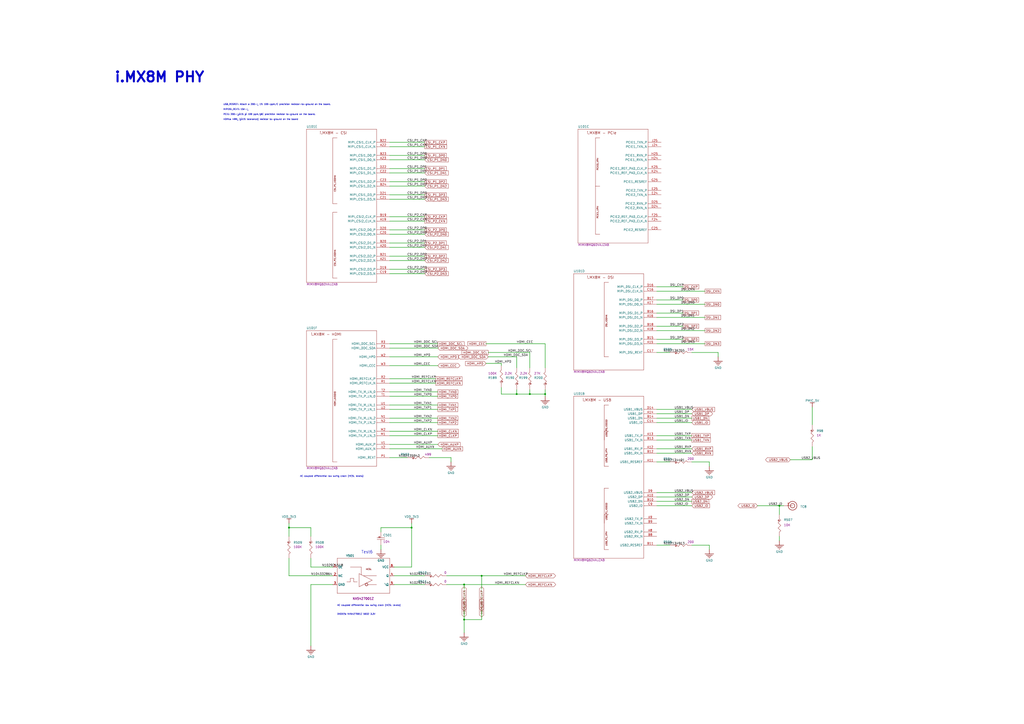
<source format=kicad_sch>
(kicad_sch (version 20241004) (generator "eeschema") (generator_version "8.99")
  (paper "A2")
  (title_block (title "Librem 5 Mainboard") (date "2024-03-21") (rev "v1.0.6") (company "Purism SPC") (comment 1 "GNU GPLv3+") (comment 2 "Copyright"))
  (lib_symbols
    (symbol "C-08_CPU_PHY:GND" (power)
      (property "Reference" "#PWR" (at 0 0 0))
      (property "Value" "GND" (at 0 6.35 0))
      (symbol "GND_0_0"
        (pin power_in line (at 0 0 0) (length 0) (hide yes) (name "GND") (number ""))
      )
    )
    (symbol "C-08_CPU_PHY:PMIC_5V" (power)
      (property "Reference" "#PWR" (at 0 0 0))
      (property "Value" "PMIC_5V" (at 0 3.81 0))
      (symbol "PMIC_5V_0_0"
        (pin power_in line (at 0 0 0) (length 0) (hide yes) (name "PMIC_5V") (number ""))
      )
    )
    (symbol "C-08_CPU_PHY:VDD_3V3" (power)
      (property "Reference" "#PWR" (at 0 0 0))
      (property "Value" "VDD_3V3" (at 0 3.81 0))
      (symbol "VDD_3V3_0_0"
        (pin power_in line (at 0 0 0) (length 0) (hide yes) (name "VDD_3V3") (number ""))
      )
    )
    (symbol "C-08_CPU_PHY:root_0_C0201"
      (symbol "root_0_C0201_1_0"
        (pin passive line (at 2.54 5.08 270) (length 2.54) (name "1") (number "1"))
        (pin passive line (at 2.54 -2.54 90) (length 2.54) (name "2") (number "2"))
      )
    )
    (symbol "C-08_CPU_PHY:root_0_MIMX8MQ6DVAJZAA_BGA621"
      (symbol "root_0_MIMX8MQ6DVAJZAA_BGA621_1_0"
        (text "i.MX8M - DDR" (at 30.48 164.592 0) (effects (font (size 1.524 1.524)) (justify left bottom)))
        (text "(LPDDR4/DDR4/DDR3)" (at 30.48 153.162 0) (effects (font (size 0.889 0.889)) (justify left bottom)))
        (pin passive line (at -7.62 160.02 0) (length 7.62) (name "DRAM_AC08/CA0_A/A12/A12_/~{_}BC") (number "AD17"))
        (pin passive line (at -7.62 157.48 0) (length 7.62) (name "DRAM_AC09/CA1_A/A11/A11") (number "AE16"))
        (pin passive line (at -7.62 154.94 0) (length 7.62) (name "DRAM_AC10/CA2_A/A7/A7") (number "AD20"))
        (pin passive line (at -7.62 152.4 0) (length 7.62) (name "DRAM_AC11/CA3_A/A8/A8") (number "AE20"))
        (pin passive line (at -7.62 149.86 0) (length 7.62) (name "DRAM_AC12/CA4_A/A6/A6") (number "AD19"))
        (pin passive line (at -7.62 147.32 0) (length 7.62) (name "DRAM_AC13/CA5_A/A5/A5") (number "AE19"))
        (pin passive line (at -7.62 142.24 0) (length 7.62) (name "DRAM_AC02/CS0_A/CS0_N~{/}CS0") (number "AE18"))
        (pin passive line (at -7.62 139.7 0) (length 7.62) (name "DRAM_AC03/CS1_A/C0/") (number "AC18"))
        (pin passive line (at -7.62 134.62 0) (length 7.62) (name "DRAM_AC00/CKE0_A/CKE0/CKE0") (number "AC16"))
        (pin passive line (at -7.62 132.08 0) (length 7.62) (name "DRAM_AC01/CKE1_A/CKE1/CKE1") (number "AE17"))
        (pin passive line (at -7.62 127 0) (length 7.62) (name "DRAM_AC04/CK_T_A/BG0/BA2") (number "AD14"))
        (pin passive line (at -7.62 124.46 0) (length 7.62) (name "DRAM_AC05/CK_C_A/BG1/A14") (number "AE14"))
        (pin passive line (at -7.62 116.84 0) (length 7.62) (name "DRAM_AC14/A4/A4") (number "AB16"))
        (pin passive line (at -7.62 109.22 0) (length 7.62) (name "DRAM_AC32/CA0_B/C2/") (number "AE8"))
        (pin passive line (at -7.62 106.68 0) (length 7.62) (name "DRAM_AC33/CA1_B/CAS_N_/_A15~{/}CAS") (number "AE9"))
        (pin passive line (at -7.62 104.14 0) (length 7.62) (name "DRAM_AC28/CA2_B/A13/A13") (number "AC7"))
        (pin passive line (at -7.62 101.6 0) (length 7.62) (name "DRAM_AC29/CA3_B/BA0/BA0") (number "AE7"))
        (pin passive line (at -7.62 99.06 0) (length 7.62) (name "DRAM_AC30/CA4_B/A10_/_AP/A10_/_AP") (number "AE6"))
        (pin passive line (at -7.62 96.52 0) (length 7.62) (name "DRAM_AC31/CA5_B/A0/A0") (number "AD6"))
        (pin passive line (at -7.62 91.44 0) (length 7.62) (name "DRAM_AC23/CS0_B/") (number "AC9"))
        (pin passive line (at -7.62 88.9 0) (length 7.62) (name "DRAM_AC22/CS1_B/") (number "AD8"))
        (pin passive line (at -7.62 83.82 0) (length 7.62) (name "DRAM_AC20/CKE0_B/CK_T_B/CK_B") (number "AD10"))
        (pin passive line (at -7.62 81.28 0) (length 7.62) (name "DRAM_AC21/CKE1_B/CK_C_B~{/}CK_B") (number "AE10"))
        (pin passive line (at -7.62 76.2 0) (length 7.62) (name "DRAM_AC24/CK_T_B/A2/A2") (number "AD12"))
        (pin passive line (at -7.62 73.66 0) (length 7.62) (name "DRAM_AC25/CK_C_B/A1/A1") (number "AE12"))
        (pin passive line (at -7.62 66.04 0) (length 7.62) (name "DRAM_AC34/WE_N_/_A14~{/}WE") (number "AC10"))
        (pin passive line (at -7.62 55.88 0) (length 7.62) (name "DRAM_AC17/CK_C_A~{/}CK_A") (number "AD15"))
        (pin passive line (at -7.62 53.34 0) (length 7.62) (name "DRAM_AC16/CK_T_A/CK_A") (number "AE15"))
        (pin passive line (at -7.62 50.8 0) (length 7.62) (name "DRAM_AC36/ODT0/ODT0") (number "AC12"))
        (pin passive line (at -7.62 48.26 0) (length 7.62) (name "DRAM_AC37/ODT1/ODT1") (number "AE11"))
        (pin passive line (at -7.62 45.72 0) (length 7.62) (name "DRAM_AC15/A3/A3") (number "AC15"))
        (pin passive line (at -7.62 43.18 0) (length 7.62) (name "DRAM_AC07/A9/A9") (number "AB15"))
        (pin passive line (at -7.62 40.64 0) (length 7.62) (name "DRAM_AC06/ACT_N/A15") (number "AE13"))
        (pin passive line (at -7.62 38.1 0) (length 7.62) (name "DRAM_AC38/CS1_N~{/}CS1") (number "AC11"))
        (pin passive line (at -7.62 35.56 0) (length 7.62) (name "DRAM_AC35/RAS_N_/_A16~{/}RAS") (number "AB10"))
        (pin passive line (at -7.62 33.02 0) (length 7.62) (name "DRAM_AC26/BA1/BA1") (number "AB12"))
        (pin passive line (at -7.62 30.48 0) (length 7.62) (name "DRAM_AC27/PARITY") (number "AA12"))
        (pin passive line (at -7.62 22.86 0) (length 7.62) (name "DRAM_RESET_N/RESET_N/RESET_N~{/}RESET") (number "AB13"))
        (pin passive line (at -7.62 17.78 0) (length 7.62) (name "DRAM_VREF/VREF/VREF/VREF") (number "AA14"))
        (pin passive line (at -7.62 12.7 0) (length 7.62) (name "DRAM_ZN/ZQ/ZQ/ZQ") (number "AA13"))
        (pin passive line (at -7.62 7.62 0) (length 7.62) (name "DRAM_AC19/MTEST/MTEST/MTEST") (number "AB14"))
        (pin passive line (at -7.62 5.08 0) (length 7.62) (name "DRAM_ALERT_N/MTEST1/ALERT_N_/_MTEST1/MTE") (number "AC13"))
        (pin passive line (at 104.14 160.02 180) (length 7.62) (name "DRAM_DQ00/DQ0_A/DQL0_A/DQL0_A") (number "AE23"))
        (pin passive line (at 104.14 157.48 180) (length 7.62) (name "DRAM_DQ01/DQ1_A/DQL1_A/DQL1_A") (number "AD24"))
        (pin passive line (at 104.14 154.94 180) (length 7.62) (name "DRAM_DQ02/DQ2_A/DQL2_A/DQL2_A") (number "AE22"))
        (pin passive line (at 104.14 152.4 180) (length 7.62) (name "DRAM_DQ03/DQ3_A/DQL3_A/DQL3_A") (number "AD22"))
        (pin passive line (at 104.14 149.86 180) (length 7.62) (name "DRAM_DQ04/DQ4_A/DQL4_A/DQL4_A") (number "AA24"))
        (pin passive line (at 104.14 147.32 180) (length 7.62) (name "DRAM_DQ05/DQ5_A/DQL5_A/DQL5_A") (number "Y25"))
        (pin passive line (at 104.14 144.78 180) (length 7.62) (name "DRAM_DQ06/DQ6_A/DQL6_A/DQL6_A") (number "AA25"))
        (pin passive line (at 104.14 142.24 180) (length 7.62) (name "DRAM_DQ07/DQ7_A/DQL7_A/DQL7_A") (number "AB25"))
        (pin passive line (at 104.14 139.7 180) (length 7.62) (name "DRAM_DQ08/DQ08_A/DQU0_A/DQU0_A") (number "AB22"))
        (pin passive line (at 104.14 137.16 180) (length 7.62) (name "DRAM_DQ09/DQ09_A/DQU1_A/DQU1_A") (number "AA22"))
        (pin passive line (at 104.14 134.62 180) (length 7.62) (name "DRAM_DQ10/DQ10_A/DQU2_A/DQU2_A") (number "AA23"))
        (pin passive line (at 104.14 132.08 180) (length 7.62) (name "DRAM_DQ11/DQ11_A/DQU3_A/DQU3_A") (number "AA20"))
        (pin passive line (at 104.14 129.54 180) (length 7.62) (name "DRAM_DQ12/DQ12_A/DQU4_A/DQU4_A") (number "AA18"))
        (pin passive line (at 104.14 127 180) (length 7.62) (name "DRAM_DQ13/DQ13_A/DQU5_A/DQU5_A") (number "AB19"))
        (pin passive line (at 104.14 124.46 180) (length 7.62) (name "DRAM_DQ14/DQ14_A/DQU6_A/DQU6_A") (number "AA19"))
        (pin passive line (at 104.14 121.92 180) (length 7.62) (name "DRAM_DQ15/DQ15_A/DQU7_A/DQU7_A") (number "AA17"))
        (pin passive line (at 104.14 116.84 180) (length 7.62) (name "DRAM_DM0/DMI0_A/DML_N_A_/_DBIL_N_A/DML_A") (number "AD23"))
        (pin passive line (at 104.14 114.3 180) (length 7.62) (name "DRAM_DM1/DMI1_A/DMU_N_A_/_DBIU_N_A/DMU_A") (number "AB20"))
        (pin passive line (at 104.14 109.22 180) (length 7.62) (name "DRAM_DQS0_P/DQS0_T_A/DQSL_T_A/DQSL_A") (number "AC24"))
        (pin passive line (at 104.14 106.68 180) (length 7.62) (name "DRAM_DQS0_N/DQS0_C_A/DQSL_C_A~{/}DQSL_A") (number "AC25"))
        (pin passive line (at 104.14 101.6 180) (length 7.62) (name "DRAM_DQS1_P/DQS1_T_A/DQSU_T_A/DQSU_A") (number "AB21"))
        (pin passive line (at 104.14 99.06 180) (length 7.62) (name "DRAM_DQS1_N/DQS1_C_A/DQSU_C_A~{/}DQSU_A") (number "AC21"))
        (pin passive line (at 104.14 91.44 180) (length 7.62) (name "DRAM_DQ16/DQ0_B/DQL0_B/DQL0_B") (number "AE3"))
        (pin passive line (at 104.14 88.9 180) (length 7.62) (name "DRAM_DQ17/DQ1_B/DQL1_B/DQL1_B") (number "AD2"))
        (pin passive line (at 104.14 86.36 180) (length 7.62) (name "DRAM_DQ18/DQ2_B/DQL2_B/DQL2_B") (number "AE4"))
        (pin passive line (at 104.14 83.82 180) (length 7.62) (name "DRAM_DQ19/DQ3_B/DQL3_B/DQL3_B") (number "AD4"))
        (pin passive line (at 104.14 81.28 180) (length 7.62) (name "DRAM_DQ20/DQ4_B/DQL4_B/DQL4_B") (number "AA2"))
        (pin passive line (at 104.14 78.74 180) (length 7.62) (name "DRAM_DQ21/DQ5_B/DQL5_B/DQL5_B") (number "Y1"))
        (pin passive line (at 104.14 76.2 180) (length 7.62) (name "DRAM_DQ22/DQ6_B/DQL6_B/DQL6_B") (number "AA1"))
        (pin passive line (at 104.14 73.66 180) (length 7.62) (name "DRAM_DQ23/DQ7_B/DQL7_B/DQL7_B") (number "AB1"))
        (pin passive line (at 104.14 71.12 180) (length 7.62) (name "DRAM_DQ24/DQ08_B/DQU0_B/DQU0_B") (number "AB4"))
        (pin passive line (at 104.14 68.58 180) (length 7.62) (name "DRAM_DQ25/DQ09_B/DQU1_B/DQU1_B") (number "AA4"))
        (pin passive line (at 104.14 66.04 180) (length 7.62) (name "DRAM_DQ26/DQ10_B/DQU2_B/DQU2_B") (number "AA3"))
        (pin passive line (at 104.14 63.5 180) (length 7.62) (name "DRAM_DQ27/DQ11_B/DQU3_B/DQU3_B") (number "AA6"))
        (pin passive line (at 104.14 60.96 180) (length 7.62) (name "DRAM_DQ28/DQ12_B/DQU4_B/DQU4_B") (number "AA8"))
        (pin passive line (at 104.14 58.42 180) (length 7.62) (name "DRAM_DQ29/DQ13_B/DQU5_B/DQU5_B") (number "AB7"))
        (pin passive line (at 104.14 55.88 180) (length 7.62) (name "DRAM_DQ30/DQ14_B/DQU6_B/DQU6_B") (number "AA7"))
        (pin passive line (at 104.14 53.34 180) (length 7.62) (name "DRAM_DQ31/DQ15_B/DQU7_B/DQU7_B") (number "AA9"))
        (pin passive line (at 104.14 48.26 180) (length 7.62) (name "DRAM_DM2/DMI0_B/DML_N_B_/_DBIL_N_B/DML_B") (number "AD3"))
        (pin passive line (at 104.14 45.72 180) (length 7.62) (name "DRAM_DM3/DMI1_B/DMU_N_B_/_DBIU_N_B/DMU_B") (number "AB6"))
        (pin passive line (at 104.14 40.64 180) (length 7.62) (name "DRAM_DQS2_P/DQS0_T_B/DQSL_T_B/DQSL_B") (number "AC2"))
        (pin passive line (at 104.14 38.1 180) (length 7.62) (name "DRAM_DQS2_N/DQS0_C_B/DQSL_C_B~{/}DQSL_B") (number "AC1"))
        (pin passive line (at 104.14 33.02 180) (length 7.62) (name "DRAM_DQS3_P/DQS1_T_B/DQSU_T_B/DQSU_B") (number "AB5"))
        (pin passive line (at 104.14 30.48 180) (length 7.62) (name "DRAM_DQS3_N/DQS1_C_B/DQSU_C_B~{/}DQSU_B") (number "AC5"))
      )
      (symbol "root_0_MIMX8MQ6DVAJZAA_BGA621_2_0"
        (text "i.MX8M - USB" (at 5.08 90.932 0) (effects (font (size 1.524 1.524)) (justify left bottom)))
        (text "USB_P0_VDD33" (at 19.558 70.358 900) (effects (font (size 0.889 0.889)) (justify left bottom)))
        (text "USB_P0_VPH" (at 19.558 55.372 900) (effects (font (size 0.889 0.889)) (justify left bottom)))
        (text "USB_P1_VDD33" (at 19.558 22.098 900) (effects (font (size 0.889 0.889)) (justify left bottom)))
        (text "USB_P1_VPH" (at 19.558 7.112 900) (effects (font (size 0.889 0.889)) (justify left bottom)))
        (pin passive line (at 48.26 86.36 180) (length 7.62) (name "USB1_VBUS") (number "D14"))
        (pin passive line (at 48.26 83.82 180) (length 7.62) (name "USB1_DP") (number "A14"))
        (pin passive line (at 48.26 81.28 180) (length 7.62) (name "USB1_DN") (number "B14"))
        (pin passive line (at 48.26 78.74 180) (length 7.62) (name "USB1_ID") (number "C14"))
        (pin passive line (at 48.26 71.12 180) (length 7.62) (name "USB1_TX_P") (number "A13"))
        (pin passive line (at 48.26 68.58 180) (length 7.62) (name "USB1_TX_N") (number "B13"))
        (pin passive line (at 48.26 63.5 180) (length 7.62) (name "USB1_RX_P") (number "A12"))
        (pin passive line (at 48.26 60.96 180) (length 7.62) (name "USB1_RX_N") (number "B12"))
        (pin passive line (at 48.26 55.88 180) (length 7.62) (name "USB1_RESREF") (number "A11"))
        (pin passive line (at 48.26 38.1 180) (length 7.62) (name "USB2_VBUS") (number "D9"))
        (pin passive line (at 48.26 35.56 180) (length 7.62) (name "USB2_DP") (number "A10"))
        (pin passive line (at 48.26 33.02 180) (length 7.62) (name "USB2_DN") (number "B10"))
        (pin passive line (at 48.26 30.48 180) (length 7.62) (name "USB2_ID") (number "C9"))
        (pin passive line (at 48.26 22.86 180) (length 7.62) (name "USB2_TX_P") (number "A9"))
        (pin passive line (at 48.26 20.32 180) (length 7.62) (name "USB2_TX_N") (number "B9"))
        (pin passive line (at 48.26 15.24 180) (length 7.62) (name "USB2_RX_P") (number "A8"))
        (pin passive line (at 48.26 12.7 180) (length 7.62) (name "USB2_RX_N") (number "B8"))
        (pin passive line (at 48.26 7.62 180) (length 7.62) (name "USB2_RESREF") (number "B11"))
      )
      (symbol "root_0_MIMX8MQ6DVAJZAA_BGA621_3_0"
        (text "i.MX8M - PCIe" (at 5.08 62.992 0) (effects (font (size 1.524 1.524)) (justify left bottom)))
        (text "PCIE0_VPH" (at 11.938 42.164 900) (effects (font (size 0.889 0.889)) (justify left bottom)))
        (text "PCIE1_VPH" (at 11.938 14.224 900) (effects (font (size 0.889 0.889)) (justify left bottom)))
        (pin passive line (at 48.26 58.42 180) (length 7.62) (name "PCIE1_TXN_P") (number "J25"))
        (pin passive line (at 48.26 55.88 180) (length 7.62) (name "PCIE1_TXN_N") (number "J24"))
        (pin passive line (at 48.26 50.8 180) (length 7.62) (name "PCIE1_RXN_P") (number "H25"))
        (pin passive line (at 48.26 48.26 180) (length 7.62) (name "PCIE1_RXN_N") (number "H24"))
        (pin passive line (at 48.26 43.18 180) (length 7.62) (name "PCIE1_REF_PAD_CLK_P") (number "K25"))
        (pin passive line (at 48.26 40.64 180) (length 7.62) (name "PCIE1_REF_PAD_CLK_N") (number "K24"))
        (pin passive line (at 48.26 35.56 180) (length 7.62) (name "PCIE1_RESREF") (number "G25"))
        (pin passive line (at 48.26 30.48 180) (length 7.62) (name "PCIE2_TXN_P") (number "E25"))
        (pin passive line (at 48.26 27.94 180) (length 7.62) (name "PCIE2_TXN_N") (number "E24"))
        (pin passive line (at 48.26 22.86 180) (length 7.62) (name "PCIE2_RXN_P") (number "D25"))
        (pin passive line (at 48.26 20.32 180) (length 7.62) (name "PCIE2_RXN_N") (number "D24"))
        (pin passive line (at 48.26 15.24 180) (length 7.62) (name "PCIE2_REF_PAD_CLK_P") (number "F25"))
        (pin passive line (at 48.26 12.7 180) (length 7.62) (name "PCIE2_REF_PAD_CLK_N") (number "F24"))
        (pin passive line (at 48.26 7.62 180) (length 7.62) (name "PCIE2_RESREF") (number "C25"))
      )
      (symbol "root_0_MIMX8MQ6DVAJZAA_BGA621_4_0"
        (text "i.MX8M - DSI" (at 7.62 52.832 0) (effects (font (size 1.524 1.524)) (justify left bottom)))
        (text "DSI_VDDHA" (at 19.558 24.892 900) (effects (font (size 0.889 0.889)) (justify left bottom)))
        (pin passive line (at 48.26 48.26 180) (length 7.62) (name "MIPI_DSI_CLK_P") (number "D16"))
        (pin passive line (at 48.26 45.72 180) (length 7.62) (name "MIPI_DSI_CLK_N") (number "C16"))
        (pin passive line (at 48.26 40.64 180) (length 7.62) (name "MIPI_DSI_D0_P") (number "B17"))
        (pin passive line (at 48.26 38.1 180) (length 7.62) (name "MIPI_DSI_D0_N") (number "A17"))
        (pin passive line (at 48.26 33.02 180) (length 7.62) (name "MIPI_DSI_D1_P") (number "B16"))
        (pin passive line (at 48.26 30.48 180) (length 7.62) (name "MIPI_DSI_D1_N") (number "A16"))
        (pin passive line (at 48.26 25.4 180) (length 7.62) (name "MIPI_DSI_D2_P") (number "B18"))
        (pin passive line (at 48.26 22.86 180) (length 7.62) (name "MIPI_DSI_D2_N") (number "A18"))
        (pin passive line (at 48.26 17.78 180) (length 7.62) (name "MIPI_DSI_D3_P") (number "B15"))
        (pin passive line (at 48.26 15.24 180) (length 7.62) (name "MIPI_DSI_D3_N") (number "A15"))
        (pin passive line (at 48.26 10.16 180) (length 7.62) (name "MIPI_DSI_REXT") (number "C17"))
      )
      (symbol "root_0_MIMX8MQ6DVAJZAA_BGA621_5_0"
        (text "i.MX8M - CSI" (at 7.62 85.852 0) (effects (font (size 1.524 1.524)) (justify left bottom)))
        (text "CSI_P1_VDDHA" (at 17.018 52.578 900) (effects (font (size 0.889 0.889)) (justify left bottom)))
        (text "CSI_P2_VDDHA" (at 17.018 9.398 900) (effects (font (size 0.889 0.889)) (justify left bottom)))
        (pin passive line (at 48.26 81.28 180) (length 7.62) (name "MIPI_CSI1_CLK_P") (number "B22"))
        (pin passive line (at 48.26 78.74 180) (length 7.62) (name "MIPI_CSI1_CLK_N") (number "A22"))
        (pin passive line (at 48.26 73.66 180) (length 7.62) (name "MIPI_CSI1_D0_P") (number "B23"))
        (pin passive line (at 48.26 71.12 180) (length 7.62) (name "MIPI_CSI1_D0_N") (number "A23"))
        (pin passive line (at 48.26 66.04 180) (length 7.62) (name "MIPI_CSI1_D1_P") (number "D22"))
        (pin passive line (at 48.26 63.5 180) (length 7.62) (name "MIPI_CSI1_D1_N") (number "C22"))
        (pin passive line (at 48.26 58.42 180) (length 7.62) (name "MIPI_CSI1_D2_P") (number "C23"))
        (pin passive line (at 48.26 55.88 180) (length 7.62) (name "MIPI_CSI1_D2_N") (number "B24"))
        (pin passive line (at 48.26 50.8 180) (length 7.62) (name "MIPI_CSI1_D3_P") (number "D21"))
        (pin passive line (at 48.26 48.26 180) (length 7.62) (name "MIPI_CSI1_D3_N") (number "C21"))
        (pin passive line (at 48.26 38.1 180) (length 7.62) (name "MIPI_CSI2_CLK_P") (number "B19"))
        (pin passive line (at 48.26 35.56 180) (length 7.62) (name "MIPI_CSI2_CLK_N") (number "A19"))
        (pin passive line (at 48.26 30.48 180) (length 7.62) (name "MIPI_CSI2_D0_P") (number "D20"))
        (pin passive line (at 48.26 27.94 180) (length 7.62) (name "MIPI_CSI2_D0_N") (number "C20"))
        (pin passive line (at 48.26 22.86 180) (length 7.62) (name "MIPI_CSI2_D1_P") (number "B20"))
        (pin passive line (at 48.26 20.32 180) (length 7.62) (name "MIPI_CSI2_D1_N") (number "A20"))
        (pin passive line (at 48.26 15.24 180) (length 7.62) (name "MIPI_CSI2_D2_P") (number "B21"))
        (pin passive line (at 48.26 12.7 180) (length 7.62) (name "MIPI_CSI2_D2_N") (number "A21"))
        (pin passive line (at 48.26 7.62 180) (length 7.62) (name "MIPI_CSI2_D3_P") (number "D19"))
        (pin passive line (at 48.26 5.08 180) (length 7.62) (name "MIPI_CSI2_D3_N") (number "C19"))
      )
      (symbol "root_0_MIMX8MQ6DVAJZAA_BGA621_6_0"
        (text "i.MX8M - HDMI" (at 2.54 75.692 0) (effects (font (size 1.524 1.524)) (justify left bottom)))
        (text "HDMI_AVDDIO" (at 17.018 34.798 900) (effects (font (size 0.889 0.889)) (justify left bottom)))
        (pin passive line (at 48.26 71.12 180) (length 7.62) (name "HDMI_DDC_SCL") (number "R3"))
        (pin passive line (at 48.26 68.58 180) (length 7.62) (name "HDMI_DDC_SDA") (number "P3"))
        (pin passive line (at 48.26 63.5 180) (length 7.62) (name "HDMI_HPD") (number "W2"))
        (pin passive line (at 48.26 58.42 180) (length 7.62) (name "HDMI_CEC") (number "W3"))
        (pin passive line (at 48.26 50.8 180) (length 7.62) (name "HDMI_REFCLK_P") (number "R2"))
        (pin passive line (at 48.26 48.26 180) (length 7.62) (name "HDMI_REFCLK_N") (number "R1"))
        (pin passive line (at 48.26 43.18 180) (length 7.62) (name "HDMI_TX_M_LN_0") (number "T2"))
        (pin passive line (at 48.26 40.64 180) (length 7.62) (name "HDMI_TX_P_LN_0") (number "T1"))
        (pin passive line (at 48.26 35.56 180) (length 7.62) (name "HDMI_TX_M_LN_1") (number "U1"))
        (pin passive line (at 48.26 33.02 180) (length 7.62) (name "HDMI_TX_P_LN_1") (number "U2"))
        (pin passive line (at 48.26 27.94 180) (length 7.62) (name "HDMI_TX_M_LN_2") (number "N1"))
        (pin passive line (at 48.26 25.4 180) (length 7.62) (name "HDMI_TX_P_LN_2") (number "N2"))
        (pin passive line (at 48.26 20.32 180) (length 7.62) (name "HDMI_TX_M_LN_3") (number "M2"))
        (pin passive line (at 48.26 17.78 180) (length 7.62) (name "HDMI_TX_P_LN_3") (number "M1"))
        (pin passive line (at 48.26 12.7 180) (length 7.62) (name "HDMI_AUX_P") (number "V1"))
        (pin passive line (at 48.26 10.16 180) (length 7.62) (name "HDMI_AUX_N") (number "V2"))
        (pin passive line (at 48.26 5.08 180) (length 7.62) (name "HDMI_REXT") (number "P1"))
      )
      (symbol "root_0_MIMX8MQ6DVAJZAA_BGA621_7_0"
        (text "i.MX8M - SAI" (at 12.7 96.012 0) (effects (font (size 1.524 1.524)) (justify left bottom)))
        (text "NVCC_SAI5" (at 24.13 86.36 900) (effects (font (size 0.889 0.889)) (justify left bottom)))
        (text "NVCC_SAI3" (at 24.13 55.88 900) (effects (font (size 0.889 0.889)) (justify left bottom)))
        (text "NVCC_SAI1" (at 32.512 51.816 900) (effects (font (size 0.889 0.889)) (justify left bottom)))
        (text "NVCC_SAI2" (at 32.512 8.636 900) (effects (font (size 0.889 0.889)) (justify left bottom)))
        (pin passive line (at -7.62 91.44 0) (length 7.62) (name "SAI5_MCLK") (number "K4"))
        (pin passive line (at -7.62 86.36 0) (length 7.62) (name "SAI5_RXFS") (number "N4"))
        (pin passive line (at -7.62 83.82 0) (length 7.62) (name "SAI5_RXC") (number "L5"))
        (pin passive line (at -7.62 78.74 0) (length 7.62) (name "SAI5_RXD0") (number "M5"))
        (pin passive line (at -7.62 76.2 0) (length 7.62) (name "SAI5_RXD1") (number "L4"))
        (pin passive line (at -7.62 73.66 0) (length 7.62) (name "SAI5_RXD2") (number "M4"))
        (pin passive line (at -7.62 71.12 0) (length 7.62) (name "SAI5_RXD3") (number "K5"))
        (pin passive line (at -7.62 66.04 0) (length 7.62) (name "SAI3_MCLK") (number "D3"))
        (pin passive line (at -7.62 60.96 0) (length 7.62) (name "SAI3_TXFS") (number "G3"))
        (pin passive line (at -7.62 58.42 0) (length 7.62) (name "SAI3_TXC") (number "C4"))
        (pin passive line (at -7.62 55.88 0) (length 7.62) (name "SAI3_TXD") (number "C3"))
        (pin passive line (at -7.62 50.8 0) (length 7.62) (name "SAI3_RXFS") (number "G4"))
        (pin passive line (at -7.62 48.26 0) (length 7.62) (name "SAI3_RXC") (number "F4"))
        (pin passive line (at -7.62 45.72 0) (length 7.62) (name "SAI3_RXD") (number "F3"))
        (pin passive line (at -7.62 40.64 0) (length 7.62) (name "SPDIF_TX") (number "F6"))
        (pin passive line (at -7.62 38.1 0) (length 7.62) (name "SPDIF_RX") (number "G6"))
        (pin passive line (at -7.62 35.56 0) (length 7.62) (name "SPDIF_EXT_CLK") (number "E6"))
        (pin passive line (at 60.96 91.44 180) (length 7.62) (name "SAI1_MCLK") (number "A3"))
        (pin passive line (at 60.96 86.36 180) (length 7.62) (name "SAI1_TXFS") (number "H1"))
        (pin passive line (at 60.96 83.82 180) (length 7.62) (name "SAI1_TXC") (number "E1"))
        (pin passive line (at 60.96 78.74 180) (length 7.62) (name "SAI1_TXD0") (number "F2"))
        (pin passive line (at 60.96 76.2 180) (length 7.62) (name "SAI1_TXD1") (number "E2"))
        (pin passive line (at 60.96 73.66 180) (length 7.62) (name "SAI1_TXD2") (number "B2"))
        (pin passive line (at 60.96 71.12 180) (length 7.62) (name "SAI1_TXD3") (number "D1"))
        (pin passive line (at 60.96 68.58 180) (length 7.62) (name "SAI1_TXD4") (number "D2"))
        (pin passive line (at 60.96 66.04 180) (length 7.62) (name "SAI1_TXD5") (number "C2"))
        (pin passive line (at 60.96 63.5 180) (length 7.62) (name "SAI1_TXD6") (number "B3"))
        (pin passive line (at 60.96 60.96 180) (length 7.62) (name "SAI1_TXD7") (number "C1"))
        (pin passive line (at 60.96 55.88 180) (length 7.62) (name "SAI1_RXFS") (number "L1"))
        (pin passive line (at 60.96 53.34 180) (length 7.62) (name "SAI1_RXC") (number "K1"))
        (pin passive line (at 60.96 48.26 180) (length 7.62) (name "SAI1_RXD0") (number "K2"))
        (pin passive line (at 60.96 45.72 180) (length 7.62) (name "SAI1_RXD1") (number "L2"))
        (pin passive line (at 60.96 43.18 180) (length 7.62) (name "SAI1_RXD2") (number "H2"))
        (pin passive line (at 60.96 40.64 180) (length 7.62) (name "SAI1_RXD3") (number "J2"))
        (pin passive line (at 60.96 38.1 180) (length 7.62) (name "SAI1_RXD4") (number "J1"))
        (pin passive line (at 60.96 35.56 180) (length 7.62) (name "SAI1_RXD5") (number "F1"))
        (pin passive line (at 60.96 33.02 180) (length 7.62) (name "SAI1_RXD6") (number "G2"))
        (pin passive line (at 60.96 30.48 180) (length 7.62) (name "SAI1_RXD7") (number "G1"))
        (pin passive line (at 60.96 25.4 180) (length 7.62) (name "SAI2_MCLK") (number "H5"))
        (pin passive line (at 60.96 20.32 180) (length 7.62) (name "SAI2_TXFS") (number "H4"))
        (pin passive line (at 60.96 17.78 180) (length 7.62) (name "SAI2_TXC") (number "J5"))
        (pin passive line (at 60.96 15.24 180) (length 7.62) (name "SAI2_TXD0") (number "G5"))
        (pin passive line (at 60.96 10.16 180) (length 7.62) (name "SAI2_RXFS") (number "J4"))
        (pin passive line (at 60.96 7.62 180) (length 7.62) (name "SAI2_RXC") (number "H3"))
        (pin passive line (at 60.96 5.08 180) (length 7.62) (name "SAI2_RXD0") (number "H6"))
      )
      (symbol "root_0_MIMX8MQ6DVAJZAA_BGA621_8_0"
        (text "i.MX8M - NAND" (at 2.54 62.992 0) (effects (font (size 1.524 1.524)) (justify left bottom)))
        (text "NVCC_NAND" (at 14.478 27.432 900) (effects (font (size 0.889 0.889)) (justify left bottom)))
        (pin passive line (at 45.72 58.42 180) (length 7.62) (name "NAND_CE0_B") (number "H19"))
        (pin passive line (at 45.72 55.88 180) (length 7.62) (name "NAND_CE1_B") (number "G21"))
        (pin passive line (at 45.72 53.34 180) (length 7.62) (name "NAND_CE2_B") (number "F21"))
        (pin passive line (at 45.72 50.8 180) (length 7.62) (name "NAND_CE3_B") (number "H20"))
        (pin passive line (at 45.72 45.72 180) (length 7.62) (name "NAND_ALE") (number "G19"))
        (pin passive line (at 45.72 43.18 180) (length 7.62) (name "NAND_CLE") (number "H21"))
        (pin passive line (at 45.72 40.64 180) (length 7.62) (name "NAND_RE_B") (number "K19"))
        (pin passive line (at 45.72 38.1 180) (length 7.62) (name "NAND_WE_B") (number "K22"))
        (pin passive line (at 45.72 35.56 180) (length 7.62) (name "NAND_WP_B") (number "K21"))
        (pin passive line (at 45.72 33.02 180) (length 7.62) (name "NAND_READY_B") (number "K20"))
        (pin passive line (at 45.72 27.94 180) (length 7.62) (name "NAND_DQS") (number "M20"))
        (pin passive line (at 45.72 22.86 180) (length 7.62) (name "NAND_DATA00") (number "G20"))
        (pin passive line (at 45.72 20.32 180) (length 7.62) (name "NAND_DATA01") (number "J20"))
        (pin passive line (at 45.72 17.78 180) (length 7.62) (name "NAND_DATA02") (number "H22"))
        (pin passive line (at 45.72 15.24 180) (length 7.62) (name "NAND_DATA03") (number "J21"))
        (pin passive line (at 45.72 12.7 180) (length 7.62) (name "NAND_DATA04") (number "L20"))
        (pin passive line (at 45.72 10.16 180) (length 7.62) (name "NAND_DATA05") (number "J22"))
        (pin passive line (at 45.72 7.62 180) (length 7.62) (name "NAND_DATA06") (number "L19"))
        (pin passive line (at 45.72 5.08 180) (length 7.62) (name "NAND_DATA07") (number "M19"))
      )
      (symbol "root_0_MIMX8MQ6DVAJZAA_BGA621_9_0"
        (text "i.MX8M - SD" (at 10.16 42.672 0) (effects (font (size 1.524 1.524)) (justify left bottom)))
        (text "NVCC_SD1" (at 16.256 27.94 900) (effects (font (size 0.889 0.889)) (justify left bottom)))
        (text "NVCC_SD2" (at 27.178 17.272 900) (effects (font (size 0.889 0.889)) (justify left bottom)))
        (pin passive line (at -7.62 38.1 0) (length 7.62) (name "SD1_CLK") (number "L25"))
        (pin passive line (at -7.62 35.56 0) (length 7.62) (name "SD1_CMD") (number "L24"))
        (pin passive line (at -7.62 30.48 0) (length 7.62) (name "SD1_DATA0") (number "M25"))
        (pin passive line (at -7.62 27.94 0) (length 7.62) (name "SD1_DATA1") (number "M24"))
        (pin passive line (at -7.62 25.4 0) (length 7.62) (name "SD1_DATA2") (number "N25"))
        (pin passive line (at -7.62 22.86 0) (length 7.62) (name "SD1_DATA3") (number "P25"))
        (pin passive line (at -7.62 20.32 0) (length 7.62) (name "SD1_DATA4") (number "N24"))
        (pin passive line (at -7.62 17.78 0) (length 7.62) (name "SD1_DATA5") (number "P24"))
        (pin passive line (at -7.62 15.24 0) (length 7.62) (name "SD1_DATA6") (number "R25"))
        (pin passive line (at -7.62 12.7 0) (length 7.62) (name "SD1_DATA7") (number "T25"))
        (pin passive line (at -7.62 7.62 0) (length 7.62) (name "SD1_RESET_B") (number "R24"))
        (pin passive line (at -7.62 5.08 0) (length 7.62) (name "SD1_STROBE") (number "T24"))
        (pin passive line (at 50.8 38.1 180) (length 7.62) (name "SD2_CLK") (number "L22"))
        (pin passive line (at 50.8 35.56 180) (length 7.62) (name "SD2_CMD") (number "M22"))
        (pin passive line (at 50.8 30.48 180) (length 7.62) (name "SD2_DATA0") (number "N22"))
        (pin passive line (at 50.8 27.94 180) (length 7.62) (name "SD2_DATA1") (number "N21"))
        (pin passive line (at 50.8 25.4 180) (length 7.62) (name "SD2_DATA2") (number "P22"))
        (pin passive line (at 50.8 22.86 180) (length 7.62) (name "SD2_DATA3") (number "P21"))
        (pin passive line (at 50.8 17.78 180) (length 7.62) (name "SD2_WP") (number "M21"))
        (pin passive line (at 50.8 15.24 180) (length 7.62) (name "SD2_CD_B") (number "L21"))
        (pin passive line (at 50.8 12.7 180) (length 7.62) (name "SD2_RESET_B") (number "R22"))
      )
      (symbol "root_0_MIMX8MQ6DVAJZAA_BGA621_10_0"
        (text "i.MX8M - eNET" (at 2.54 52.832 0) (effects (font (size 1.524 1.524)) (justify left bottom)))
        (text "NVCC_ENET" (at 19.558 22.098 900) (effects (font (size 0.889 0.889)) (justify left bottom)))
        (pin passive line (at 45.72 45.72 180) (length 7.62) (name "ENET_MDC") (number "N20"))
        (pin passive line (at 45.72 43.18 180) (length 7.62) (name "ENET_MDIO") (number "N19"))
        (pin passive line (at 45.72 38.1 180) (length 7.62) (name "ENET_TX_CTL") (number "P19"))
        (pin passive line (at 45.72 35.56 180) (length 7.62) (name "ENET_TXC") (number "T19"))
        (pin passive line (at 45.72 33.02 180) (length 7.62) (name "ENET_TD0") (number "R20"))
        (pin passive line (at 45.72 30.48 180) (length 7.62) (name "ENET_TD1") (number "R21"))
        (pin passive line (at 45.72 27.94 180) (length 7.62) (name "ENET_TD2") (number "R19"))
        (pin passive line (at 45.72 25.4 180) (length 7.62) (name "ENET_TD3") (number "P20"))
        (pin passive line (at 45.72 20.32 180) (length 7.62) (name "ENET_RX_CTL") (number "T21"))
        (pin passive line (at 45.72 17.78 180) (length 7.62) (name "ENET_RXC") (number "T20"))
        (pin passive line (at 45.72 15.24 180) (length 7.62) (name "ENET_RD0") (number "U19"))
        (pin passive line (at 45.72 12.7 180) (length 7.62) (name "ENET_RD1") (number "U21"))
        (pin passive line (at 45.72 10.16 180) (length 7.62) (name "ENET_RD2") (number "U20"))
        (pin passive line (at 45.72 7.62 180) (length 7.62) (name "ENET_RD3") (number "V19"))
      )
      (symbol "root_0_MIMX8MQ6DVAJZAA_BGA621_11_0"
        (text "NVCC_UART" (at 13.716 60.96 900) (effects (font (size 0.889 0.889)) (justify left bottom)))
        (text "NVCC_I2C" (at 13.716 30.48 900) (effects (font (size 0.889 0.889)) (justify left bottom)))
        (text "NVCC_ECSPI" (at 24.638 47.244 900) (effects (font (size 0.889 0.889)) (justify left bottom)))
        (text "NVCC_GPIO1" (at 24.638 17.272 900) (effects (font (size 0.889 0.889)) (justify left bottom)))
        (pin passive line (at -7.62 68.58 0) (length 7.62) (name "UART1_RXD") (number "C7"))
        (pin passive line (at -7.62 66.04 0) (length 7.62) (name "UART1_TXD") (number "A7"))
        (pin passive line (at -7.62 60.96 0) (length 7.62) (name "UART2_RXD") (number "B6"))
        (pin passive line (at -7.62 58.42 0) (length 7.62) (name "UART2_TXD") (number "D6"))
        (pin passive line (at -7.62 53.34 0) (length 7.62) (name "UART3_RXD") (number "A6"))
        (pin passive line (at -7.62 50.8 0) (length 7.62) (name "UART3_TXD") (number "B7"))
        (pin passive line (at -7.62 45.72 0) (length 7.62) (name "UART4_RXD") (number "C6"))
        (pin passive line (at -7.62 43.18 0) (length 7.62) (name "UART4_TXD") (number "D7"))
        (pin passive line (at -7.62 38.1 0) (length 7.62) (name "I2C1_SCL") (number "E7"))
        (pin passive line (at -7.62 35.56 0) (length 7.62) (name "I2C1_SDA") (number "E8"))
        (pin passive line (at -7.62 30.48 0) (length 7.62) (name "I2C2_SCL") (number "G7"))
        (pin passive line (at -7.62 27.94 0) (length 7.62) (name "I2C2_SDA") (number "F7"))
        (pin passive line (at -7.62 22.86 0) (length 7.62) (name "I2C3_SCL") (number "G8"))
        (pin passive line (at -7.62 20.32 0) (length 7.62) (name "I2C3_SDA") (number "E9"))
        (pin passive line (at -7.62 15.24 0) (length 7.62) (name "I2C4_SCL") (number "F8"))
        (pin passive line (at -7.62 12.7 0) (length 7.62) (name "I2C4_SDA") (number "F9"))
        (pin passive line (at 50.8 68.58 180) (length 7.62) (name "ECSPI1_SS0") (number "D4"))
        (pin passive line (at 50.8 66.04 180) (length 7.62) (name "ECSPI1_MOSI") (number "A4"))
        (pin passive line (at 50.8 63.5 180) (length 7.62) (name "ECSPI1_MISO") (number "B4"))
        (pin passive line (at 50.8 60.96 180) (length 7.62) (name "ECSPI1_SCLK") (number "D5"))
        (pin passive line (at 50.8 55.88 180) (length 7.62) (name "ECSPI2_SS0") (number "A5"))
        (pin passive line (at 50.8 53.34 180) (length 7.62) (name "ECSPI2_MOSI") (number "E5"))
        (pin passive line (at 50.8 50.8 180) (length 7.62) (name "ECSPI2_MISO") (number "B5"))
        (pin passive line (at 50.8 48.26 180) (length 7.62) (name "ECSPI2_SCLK") (number "C5"))
        (pin passive line (at 50.8 43.18 180) (length 7.62) (name "GPIO1_IO00") (number "T6"))
        (pin passive line (at 50.8 40.64 180) (length 7.62) (name "GPIO1_IO01") (number "T7"))
        (pin passive line (at 50.8 38.1 180) (length 7.62) (name "GPIO1_IO02") (number "R4"))
        (pin passive line (at 50.8 35.56 180) (length 7.62) (name "GPIO1_IO03") (number "P4"))
        (pin passive line (at 50.8 33.02 180) (length 7.62) (name "GPIO1_IO04") (number "P5"))
        (pin passive line (at 50.8 30.48 180) (length 7.62) (name "GPIO1_IO05") (number "P7"))
        (pin passive line (at 50.8 27.94 180) (length 7.62) (name "GPIO1_IO06") (number "N5"))
        (pin passive line (at 50.8 25.4 180) (length 7.62) (name "GPIO1_IO07") (number "N6"))
        (pin passive line (at 50.8 22.86 180) (length 7.62) (name "GPIO1_IO08") (number "N7"))
        (pin passive line (at 50.8 20.32 180) (length 7.62) (name "GPIO1_IO09") (number "M6"))
        (pin passive line (at 50.8 17.78 180) (length 7.62) (name "GPIO1_IO10") (number "M7"))
        (pin passive line (at 50.8 15.24 180) (length 7.62) (name "GPIO1_IO11") (number "L6"))
        (pin passive line (at 50.8 12.7 180) (length 7.62) (name "GPIO1_IO12") (number "L7"))
        (pin passive line (at 50.8 10.16 180) (length 7.62) (name "GPIO1_IO13") (number "K6"))
        (pin passive line (at 50.8 7.62 180) (length 7.62) (name "GPIO1_IO14") (number "K7"))
        (pin passive line (at 50.8 5.08 180) (length 7.62) (name "GPIO1_IO15") (number "J6"))
      )
      (symbol "root_0_MIMX8MQ6DVAJZAA_BGA621_12_0"
        (text "i.MX8M - MISC" (at 10.16 62.992 0) (effects (font (size 1.524 1.524)) (justify left bottom)))
        (text "NVCC_SNVS" (at 24.638 40.132 900) (effects (font (size 0.889 0.889)) (justify left bottom)))
        (text "VDDA" (at 25.4 13.462 0) (effects (font (size 0.889 0.889)) (justify left bottom)))
        (text "NVCC_JTAG" (at 32.258 40.132 900) (effects (font (size 0.889 0.889)) (justify left bottom)))
        (pin passive line (at -7.62 58.42 0) (length 7.62) (name "ONOFF") (number "W21"))
        (pin passive line (at -7.62 53.34 0) (length 7.62) (name "POR_B") (number "W20"))
        (pin passive line (at -7.62 48.26 0) (length 7.62) (name "PMIC_STBY_REQ") (number "V21"))
        (pin passive line (at -7.62 45.72 0) (length 7.62) (name "PMIC_ON_REQ") (number "V20"))
        (pin passive line (at -7.62 35.56 0) (length 7.62) (name "RTC") (number "V22"))
        (pin passive line (at -7.62 33.02 0) (length 7.62) (name "RTC_RESET_B") (number "W19"))
        (pin passive line (at -7.62 20.32 0) (length 7.62) (name "XTALI_25M") (number "U25"))
        (pin passive line (at -7.62 17.78 0) (length 7.62) (name "XTALO_25M") (number "U24"))
        (pin passive line (at -7.62 10.16 0) (length 7.62) (name "XTALI_27M") (number "V25"))
        (pin passive line (at -7.62 7.62 0) (length 7.62) (name "XTALO_27M") (number "V24"))
        (pin passive line (at 60.96 58.42 180) (length 7.62) (name "BOOT_MODE0") (number "W6"))
        (pin passive line (at 60.96 55.88 180) (length 7.62) (name "BOOT_MODE1") (number "V6"))
        (pin passive line (at 60.96 50.8 180) (length 7.62) (name "TEST_MODE") (number "V7"))
        (pin passive line (at 60.96 45.72 180) (length 7.62) (name "JTAG_TCK") (number "T5"))
        (pin passive line (at 60.96 43.18 180) (length 7.62) (name "JTAG_TMS") (number "V5"))
        (pin passive line (at 60.96 40.64 180) (length 7.62) (name "JTAG_TDI") (number "W5"))
        (pin passive line (at 60.96 38.1 180) (length 7.62) (name "JTAG_TDO") (number "U5"))
        (pin passive line (at 60.96 35.56 180) (length 7.62) (name "JTAG_TRST_B") (number "U6"))
        (pin passive line (at 60.96 33.02 180) (length 7.62) (name "JTAG_MOD") (number "U7"))
        (pin passive line (at 60.96 25.4 180) (length 7.62) (name "CLK1_P") (number "R23"))
        (pin passive line (at 60.96 22.86 180) (length 7.62) (name "CLK1_N") (number "T23"))
        (pin passive line (at 60.96 17.78 180) (length 7.62) (name "CLK2_P") (number "T22"))
        (pin passive line (at 60.96 15.24 180) (length 7.62) (name "CLK2_N") (number "U22"))
      )
      (symbol "root_0_MIMX8MQ6DVAJZAA_BGA621_13_0"
        (pin power_in line (at -7.62 292.1 0) (length 7.62) (name "NVCC_SNVS") (number "W18"))
        (pin power_in line (at -7.62 289.56 0) (length 7.62) (name "VDD_SNVS") (number "R18"))
        (pin power_in line (at -7.62 284.48 0) (length 7.62) (name "VDD_SOC1") (number "R8"))
        (pin power_in line (at -7.62 281.94 0) (length 7.62) (name "VDD_SOC2") (number "R9"))
        (pin power_in line (at -7.62 279.4 0) (length 7.62) (name "VDD_SOC3") (number "R10"))
        (pin power_in line (at -7.62 276.86 0) (length 7.62) (name "VDD_SOC4") (number "R11"))
        (pin power_in line (at -7.62 274.32 0) (length 7.62) (name "VDD_SOC5") (number "R12"))
        (pin power_in line (at -7.62 271.78 0) (length 7.62) (name "VDD_SOC6") (number "R13"))
        (pin power_in line (at -7.62 269.24 0) (length 7.62) (name "VDD_SOC7") (number "R14"))
        (pin power_in line (at -7.62 266.7 0) (length 7.62) (name "VDD_SOC8") (number "R15"))
        (pin power_in line (at -7.62 264.16 0) (length 7.62) (name "VDD_SOC9") (number "R16"))
        (pin power_in line (at -7.62 261.62 0) (length 7.62) (name "VDD_SOC10") (number "T8"))
        (pin power_in line (at -7.62 259.08 0) (length 7.62) (name "VDD_SOC11") (number "K12"))
        (pin power_in line (at -7.62 256.54 0) (length 7.62) (name "VDD_SOC12") (number "L12"))
        (pin power_in line (at -7.62 254 0) (length 7.62) (name "VDD_SOC13") (number "M12"))
        (pin power_in line (at -7.62 251.46 0) (length 7.62) (name "VDD_SOC14") (number "P16"))
        (pin power_in line (at -7.62 248.92 0) (length 7.62) (name "VDD_SOC15") (number "P12"))
        (pin power_in line (at -7.62 246.38 0) (length 7.62) (name "VDD_SOC16") (number "P15"))
        (pin power_in line (at -7.62 243.84 0) (length 7.62) (name "VDD_SOC17") (number "L13"))
        (pin power_in line (at -7.62 241.3 0) (length 7.62) (name "VDD_SOC18") (number "M13"))
        (pin power_in line (at -7.62 238.76 0) (length 7.62) (name "VDD_SOC19") (number "N13"))
        (pin power_in line (at -7.62 236.22 0) (length 7.62) (name "VDD_SOC20") (number "P13"))
        (pin power_in line (at -7.62 233.68 0) (length 7.62) (name "VDD_SOC21") (number "T17"))
        (pin power_in line (at -7.62 228.6 0) (length 7.62) (name "VDDA_0P9") (number "V18"))
        (pin power_in line (at -7.62 220.98 0) (length 7.62) (name "VDD_ARM1") (number "G15"))
        (pin power_in line (at -7.62 218.44 0) (length 7.62) (name "VDD_ARM2") (number "H15"))
        (pin power_in line (at -7.62 215.9 0) (length 7.62) (name "VDD_ARM3") (number "J15"))
        (pin power_in line (at -7.62 213.36 0) (length 7.62) (name "VDD_ARM4") (number "K15"))
        (pin power_in line (at -7.62 210.82 0) (length 7.62) (name "VDD_ARM5") (number "L15"))
        (pin power_in line (at -7.62 208.28 0) (length 7.62) (name "VDD_ARM6") (number "M15"))
        (pin power_in line (at -7.62 205.74 0) (length 7.62) (name "VDD_ARM7") (number "G16"))
        (pin power_in line (at -7.62 203.2 0) (length 7.62) (name "VDD_ARM8") (number "H16"))
        (pin power_in line (at -7.62 200.66 0) (length 7.62) (name "VDD_ARM9") (number "J16"))
        (pin power_in line (at -7.62 198.12 0) (length 7.62) (name "VDD_ARM10") (number "K16"))
        (pin power_in line (at -7.62 195.58 0) (length 7.62) (name "VDD_ARM11") (number "L16"))
        (pin power_in line (at -7.62 193.04 0) (length 7.62) (name "VDD_ARM12") (number "M16"))
        (pin power_in line (at -7.62 190.5 0) (length 7.62) (name "VDD_ARM13") (number "G14"))
        (pin power_in line (at -7.62 187.96 0) (length 7.62) (name "VDD_ARM14") (number "H14"))
        (pin power_in line (at -7.62 180.34 0) (length 7.62) (name "VDD_VPU1") (number "N8"))
        (pin power_in line (at -7.62 177.8 0) (length 7.62) (name "VDD_VPU2") (number "N9"))
        (pin power_in line (at -7.62 175.26 0) (length 7.62) (name "VDD_VPU3") (number "N10"))
        (pin power_in line (at -7.62 172.72 0) (length 7.62) (name "VDD_VPU4") (number "P9"))
        (pin power_in line (at -7.62 170.18 0) (length 7.62) (name "VDD_VPU5") (number "P10"))
        (pin power_in line (at -7.62 165.1 0) (length 7.62) (name "VDD_GPU1") (number "J9"))
        (pin power_in line (at -7.62 162.56 0) (length 7.62) (name "VDD_GPU2") (number "K9"))
        (pin power_in line (at -7.62 160.02 0) (length 7.62) (name "VDD_GPU3") (number "L9"))
        (pin power_in line (at -7.62 157.48 0) (length 7.62) (name "VDD_GPU4") (number "M9"))
        (pin power_in line (at -7.62 154.94 0) (length 7.62) (name "VDD_GPU5") (number "J10"))
        (pin power_in line (at -7.62 152.4 0) (length 7.62) (name "VDD_GPU6") (number "K10"))
        (pin power_in line (at -7.62 149.86 0) (length 7.62) (name "VDD_GPU7") (number "L10"))
        (pin power_in line (at -7.62 147.32 0) (length 7.62) (name "VDD_GPU8") (number "M10"))
        (pin power_in line (at -7.62 139.7 0) (length 7.62) (name "VDD_DRAM1") (number "V9"))
        (pin power_in line (at -7.62 137.16 0) (length 7.62) (name "VDD_DRAM2") (number "V15"))
        (pin power_in line (at -7.62 134.62 0) (length 7.62) (name "VDD_DRAM3") (number "V14"))
        (pin power_in line (at -7.62 132.08 0) (length 7.62) (name "VDD_DRAM4") (number "V13"))
        (pin power_in line (at -7.62 129.54 0) (length 7.62) (name "VDD_DRAM5") (number "V12"))
        (pin power_in line (at -7.62 127 0) (length 7.62) (name "VDD_DRAM6") (number "V11"))
        (pin power_in line (at -7.62 124.46 0) (length 7.62) (name "VDD_DRAM7") (number "V10"))
        (pin power_in line (at -7.62 121.92 0) (length 7.62) (name "VDD_DRAM8") (number "U11"))
        (pin power_in line (at -7.62 119.38 0) (length 7.62) (name "VDD_DRAM9") (number "U14"))
        (pin power_in line (at -7.62 116.84 0) (length 7.62) (name "VDD_DRAM10") (number "U12"))
        (pin power_in line (at -7.62 114.3 0) (length 7.62) (name "VDD_DRAM11") (number "U10"))
        (pin power_in line (at -7.62 111.76 0) (length 7.62) (name "VDD_DRAM12") (number "U13"))
        (pin power_in line (at -7.62 109.22 0) (length 7.62) (name "VDD_DRAM13") (number "Y6"))
        (pin power_in line (at -7.62 106.68 0) (length 7.62) (name "VDD_DRAM14") (number "Y8"))
        (pin power_in line (at -7.62 104.14 0) (length 7.62) (name "VDD_DRAM15") (number "Y20"))
        (pin power_in line (at -7.62 101.6 0) (length 7.62) (name "VDD_DRAM16") (number "Y18"))
        (pin power_in line (at -7.62 99.06 0) (length 7.62) (name "VDD_DRAM17") (number "Y16"))
        (pin power_in line (at -7.62 96.52 0) (length 7.62) (name "VDD_DRAM18") (number "Y10"))
        (pin power_in line (at -7.62 83.82 0) (length 7.62) (name "VDDA_DRAM") (number "AA11"))
        (pin power_in line (at -7.62 81.28 0) (length 7.62) (name "VDDA_1P8_FPLL_ARM") (number "K14"))
        (pin power_in line (at -7.62 78.74 0) (length 7.62) (name "VDDA_1P8_FPLL") (number "U17"))
        (pin power_in line (at -7.62 76.2 0) (length 7.62) (name "VDDA_1P8_SPLL") (number "W17"))
        (pin power_in line (at -7.62 73.66 0) (length 7.62) (name "VDDA_1P8_SPLL_VIDEO2") (number "N11"))
        (pin power_in line (at -7.62 71.12 0) (length 7.62) (name "VDDA_1P8_SPLL_DRAM") (number "T15"))
        (pin power_in line (at -7.62 66.04 0) (length 7.62) (name "VDDA_1P8_LVDS") (number "U23"))
        (pin power_in line (at -7.62 63.5 0) (length 7.62) (name "VDDA_1P8_TSENSOR") (number "T16"))
        (pin power_in line (at -7.62 60.96 0) (length 7.62) (name "VDDA_1P8_XTAL_27M") (number "W23"))
        (pin power_in line (at -7.62 58.42 0) (length 7.62) (name "VDDA_1P8_XTAL_25M") (number "W24"))
        (pin passive line (at -7.62 53.34 0) (length 7.62) (name "EFUSE_VQPS") (number "R17"))
        (pin power_in line (at -7.62 48.26 0) (length 7.62) (name "NVCC_DRAM1") (number "AB23"))
        (pin power_in line (at -7.62 45.72 0) (length 7.62) (name "NVCC_DRAM2") (number "AA10"))
        (pin power_in line (at -7.62 43.18 0) (length 7.62) (name "NVCC_DRAM3") (number "AB17"))
        (pin power_in line (at -7.62 40.64 0) (length 7.62) (name "NVCC_DRAM4") (number "AA15"))
        (pin power_in line (at -7.62 38.1 0) (length 7.62) (name "NVCC_DRAM5") (number "AB8"))
        (pin power_in line (at -7.62 35.56 0) (length 7.62) (name "NVCC_DRAM6") (number "AB3"))
        (pin power_in line (at -7.62 33.02 0) (length 7.62) (name "NVCC_DRAM7") (number "AC14"))
        (pin power_in line (at -7.62 30.48 0) (length 7.62) (name "NVCC_DRAM8") (number "AC17"))
        (pin power_in line (at -7.62 27.94 0) (length 7.62) (name "NVCC_DRAM9") (number "AC20"))
        (pin power_in line (at -7.62 25.4 0) (length 7.62) (name "NVCC_DRAM10") (number "AC3"))
        (pin power_in line (at -7.62 22.86 0) (length 7.62) (name "NVCC_DRAM11") (number "AC23"))
        (pin power_in line (at -7.62 20.32 0) (length 7.62) (name "NVCC_DRAM12") (number "AC8"))
        (pin power_in line (at -7.62 17.78 0) (length 7.62) (name "NVCC_DRAM13") (number "AC6"))
        (pin power_in line (at -7.62 15.24 0) (length 7.62) (name "NVCC_DRAM14") (number "AD21"))
        (pin power_in line (at -7.62 12.7 0) (length 7.62) (name "NVCC_DRAM15") (number "AD18"))
        (pin power_in line (at -7.62 10.16 0) (length 7.62) (name "NVCC_DRAM16") (number "AD5"))
        (pin power_in line (at -7.62 7.62 0) (length 7.62) (name "NVCC_DRAM17") (number "Y14"))
        (pin power_in line (at -7.62 5.08 0) (length 7.62) (name "NVCC_DRAM18") (number "Y12"))
        (pin power_in line (at 50.8 292.1 180) (length 7.62) (name "NVCC_JTAG") (number "W4"))
        (pin power_in line (at 50.8 289.56 180) (length 7.62) (name "NVCC_NAND1") (number "L18"))
        (pin power_in line (at 50.8 287.02 180) (length 7.62) (name "NVCC_NAND2") (number "M18"))
        (pin power_in line (at 50.8 284.48 180) (length 7.62) (name "NVCC_SAI1_1") (number "L3"))
        (pin power_in line (at 50.8 281.94 180) (length 7.62) (name "NVCC_SAI1_2") (number "K3"))
        (pin power_in line (at 50.8 279.4 180) (length 7.62) (name "NVCC_SAI2") (number "J7"))
        (pin power_in line (at 50.8 276.86 180) (length 7.62) (name "NVCC_SAI3") (number "E3"))
        (pin power_in line (at 50.8 274.32 180) (length 7.62) (name "NVCC_SAI5") (number "M3"))
        (pin power_in line (at 50.8 271.78 180) (length 7.62) (name "NVCC_GPIO1") (number "R5"))
        (pin power_in line (at 50.8 269.24 180) (length 7.62) (name "NVCC_GPIO2") (number "R6"))
        (pin power_in line (at 50.8 266.7 180) (length 7.62) (name "NVCC_I2C") (number "H7"))
        (pin power_in line (at 50.8 264.16 180) (length 7.62) (name "NVCC_UART") (number "D8"))
        (pin power_in line (at 50.8 261.62 180) (length 7.62) (name "NVCC_ECSPI") (number "F5"))
        (pin power_in line (at 50.8 259.08 180) (length 7.62) (name "NVCC_SD1_1") (number "M23"))
        (pin power_in line (at 50.8 256.54 180) (length 7.62) (name "NVCC_SD1_2") (number "L23"))
        (pin power_in line (at 50.8 254 180) (length 7.62) (name "NVCC_SD2") (number "N23"))
        (pin power_in line (at 50.8 251.46 180) (length 7.62) (name "NVCC_ENET") (number "T18"))
        (pin power_in line (at 50.8 231.14 180) (length 7.62) (name "USB1_VDD33") (number "G12"))
        (pin power_in line (at 50.8 228.6 180) (length 7.62) (name "USB2_VDD33") (number "G11"))
        (pin power_in line (at 50.8 226.06 180) (length 7.62) (name "USB1_VPH") (number "F12"))
        (pin power_in line (at 50.8 223.52 180) (length 7.62) (name "USB2_VPH") (number "F11"))
        (pin power_in line (at 50.8 220.98 180) (length 7.62) (name "USB1_VPTX") (number "C12"))
        (pin power_in line (at 50.8 218.44 180) (length 7.62) (name "USB2_VPTX") (number "C11"))
        (pin power_in line (at 50.8 215.9 180) (length 7.62) (name "USB1_VP") (number "D12"))
        (pin power_in line (at 50.8 213.36 180) (length 7.62) (name "USB2_VP") (number "D11"))
        (pin power_in line (at 50.8 210.82 180) (length 7.62) (name "USB1_DVDD") (number "E12"))
        (pin power_in line (at 50.8 208.28 180) (length 7.62) (name "USB2_DVDD") (number "E11"))
        (pin passive line (at 50.8 187.96 180) (length 7.62) (name "PCIE_VPH1") (number "H23"))
        (pin passive line (at 50.8 185.42 180) (length 7.62) (name "PCIE_VPH2") (number "J23"))
        (pin passive line (at 50.8 182.88 180) (length 7.62) (name "PCIE_VPTX1") (number "G23"))
        (pin passive line (at 50.8 180.34 180) (length 7.62) (name "PCIE_VPTX2") (number "F23"))
        (pin passive line (at 50.8 177.8 180) (length 7.62) (name "PCIE_VP1") (number "G22"))
        (pin passive line (at 50.8 175.26 180) (length 7.62) (name "PCIE_VP2") (number "F22"))
        (pin power_in line (at 50.8 157.48 180) (length 7.62) (name "HDMI_AVDDIO") (number "P2"))
        (pin power_in line (at 50.8 154.94 180) (length 7.62) (name "HDMI_AVDDCLK") (number "V3"))
        (pin power_in line (at 50.8 152.4 180) (length 7.62) (name "HDMI_AVDDCORE2") (number "U3"))
        (pin power_in line (at 50.8 149.86 180) (length 7.62) (name "HDMI_AVDDCORE1") (number "U4"))
        (pin power_in line (at 50.8 132.08 180) (length 7.62) (name "MIPI_VDDHA1") (number "C18"))
        (pin power_in line (at 50.8 129.54 180) (length 7.62) (name "MIPI_VDDHA2") (number "D17"))
        (pin power_in line (at 50.8 127 180) (length 7.62) (name "MIPI_VDDHA3") (number "D18"))
        (pin power_in line (at 50.8 124.46 180) (length 7.62) (name "MIPI_VDDA1") (number "E17"))
        (pin power_in line (at 50.8 121.92 180) (length 7.62) (name "MIPI_VDDA2") (number "E18"))
        (pin power_in line (at 50.8 119.38 180) (length 7.62) (name "MIPI_VDDA3") (number "F17"))
        (pin power_in line (at 50.8 116.84 180) (length 7.62) (name "MIPI_VDDA4") (number "F18"))
        (pin power_in line (at 50.8 114.3 180) (length 7.62) (name "MIPI_VDD1") (number "E15"))
        (pin power_in line (at 50.8 111.76 180) (length 7.62) (name "MIPI_VDD2") (number "F15"))
        (pin power_in line (at 50.8 109.22 180) (length 7.62) (name "MIPI_VDDPLL") (number "F19"))
      )
      (symbol "root_0_MIMX8MQ6DVAJZAA_BGA621_14_0"
        (pin power_in line (at -7.62 195.58 0) (length 7.62) (name "VSSA_FPLL_ARM") (number "K13"))
        (pin power_in line (at -7.62 193.04 0) (length 7.62) (name "VSSA_FPLL") (number "U16"))
        (pin power_in line (at -7.62 190.5 0) (length 7.62) (name "VSSA_SPLL_VIDEO2") (number "N12"))
        (pin power_in line (at -7.62 187.96 0) (length 7.62) (name "VSSA_SPLL") (number "V17"))
        (pin power_in line (at -7.62 185.42 0) (length 7.62) (name "VSSA_SPLL_DRAM") (number "T14"))
        (pin power_in line (at -7.62 180.34 0) (length 7.62) (name "VSS141") (number "AE2"))
        (pin power_in line (at -7.62 177.8 0) (length 7.62) (name "VSS140") (number "AD25"))
        (pin power_in line (at -7.62 175.26 0) (length 7.62) (name "VSS139") (number "AD16"))
        (pin power_in line (at -7.62 172.72 0) (length 7.62) (name "VSS138") (number "AD13"))
        (pin power_in line (at -7.62 170.18 0) (length 7.62) (name "VSS137") (number "AD11"))
        (pin power_in line (at -7.62 167.64 0) (length 7.62) (name "VSS136") (number "AD9"))
        (pin power_in line (at -7.62 165.1 0) (length 7.62) (name "VSS135") (number "AD7"))
        (pin power_in line (at -7.62 162.56 0) (length 7.62) (name "VSS134") (number "AD1"))
        (pin power_in line (at -7.62 160.02 0) (length 7.62) (name "VSS133") (number "AC22"))
        (pin power_in line (at -7.62 157.48 0) (length 7.62) (name "VSS132") (number "AC19"))
        (pin power_in line (at -7.62 154.94 0) (length 7.62) (name "VSS131") (number "AC4"))
        (pin power_in line (at -7.62 152.4 0) (length 7.62) (name "VSS130") (number "AB24"))
        (pin power_in line (at -7.62 149.86 0) (length 7.62) (name "VSS129") (number "AB18"))
        (pin power_in line (at -7.62 147.32 0) (length 7.62) (name "VSS128") (number "AB11"))
        (pin power_in line (at -7.62 144.78 0) (length 7.62) (name "VSS127") (number "AB9"))
        (pin power_in line (at -7.62 142.24 0) (length 7.62) (name "VSS126") (number "AB2"))
        (pin power_in line (at -7.62 139.7 0) (length 7.62) (name "VSS125") (number "AA21"))
        (pin power_in line (at -7.62 137.16 0) (length 7.62) (name "VSS124") (number "AA16"))
        (pin power_in line (at -7.62 134.62 0) (length 7.62) (name "VSS123") (number "AA5"))
        (pin power_in line (at -7.62 132.08 0) (length 7.62) (name "VSS122") (number "Y24"))
        (pin power_in line (at -7.62 129.54 0) (length 7.62) (name "VSS121") (number "Y23"))
        (pin power_in line (at -7.62 127 0) (length 7.62) (name "VSS120") (number "Y22"))
        (pin power_in line (at -7.62 124.46 0) (length 7.62) (name "VSS119") (number "Y21"))
        (pin power_in line (at -7.62 121.92 0) (length 7.62) (name "VSS118") (number "Y19"))
        (pin power_in line (at -7.62 119.38 0) (length 7.62) (name "VSS117") (number "Y17"))
        (pin power_in line (at -7.62 116.84 0) (length 7.62) (name "VSS116") (number "Y15"))
        (pin power_in line (at -7.62 114.3 0) (length 7.62) (name "VSS115") (number "Y13"))
        (pin power_in line (at -7.62 111.76 0) (length 7.62) (name "VSS114") (number "Y11"))
        (pin power_in line (at -7.62 109.22 0) (length 7.62) (name "VSS113") (number "Y9"))
        (pin power_in line (at -7.62 106.68 0) (length 7.62) (name "VSS112") (number "Y7"))
        (pin power_in line (at -7.62 104.14 0) (length 7.62) (name "VSS111") (number "Y5"))
        (pin power_in line (at -7.62 101.6 0) (length 7.62) (name "VSS110") (number "Y4"))
        (pin power_in line (at -7.62 99.06 0) (length 7.62) (name "VSS109") (number "Y3"))
        (pin power_in line (at -7.62 96.52 0) (length 7.62) (name "VSS108") (number "Y2"))
        (pin power_in line (at -7.62 93.98 0) (length 7.62) (name "VSS107") (number "W25"))
        (pin power_in line (at -7.62 91.44 0) (length 7.62) (name "VSS106") (number "W16"))
        (pin power_in line (at -7.62 88.9 0) (length 7.62) (name "VSS105") (number "W15"))
        (pin power_in line (at -7.62 86.36 0) (length 7.62) (name "VSS104") (number "W14"))
        (pin power_in line (at -7.62 83.82 0) (length 7.62) (name "VSS103") (number "W13"))
        (pin power_in line (at -7.62 81.28 0) (length 7.62) (name "VSS102") (number "W12"))
        (pin power_in line (at -7.62 78.74 0) (length 7.62) (name "VSS101") (number "W11"))
        (pin power_in line (at -7.62 76.2 0) (length 7.62) (name "VSS100") (number "W10"))
        (pin power_in line (at -7.62 73.66 0) (length 7.62) (name "VSS99") (number "W8"))
        (pin power_in line (at -7.62 71.12 0) (length 7.62) (name "VSS98") (number "W7"))
        (pin power_in line (at -7.62 68.58 0) (length 7.62) (name "VSS97") (number "W1"))
        (pin power_in line (at -7.62 66.04 0) (length 7.62) (name "VSS96") (number "AE24"))
        (pin power_in line (at -7.62 63.5 0) (length 7.62) (name "VSS95") (number "V16"))
        (pin power_in line (at -7.62 60.96 0) (length 7.62) (name "VSS94") (number "V8"))
        (pin power_in line (at -7.62 58.42 0) (length 7.62) (name "VSS93") (number "V4"))
        (pin power_in line (at -7.62 55.88 0) (length 7.62) (name "VSS92") (number "U18"))
        (pin power_in line (at -7.62 53.34 0) (length 7.62) (name "VSS91") (number "U15"))
        (pin power_in line (at -7.62 50.8 0) (length 7.62) (name "VSS90") (number "U9"))
        (pin power_in line (at -7.62 48.26 0) (length 7.62) (name "VSS89") (number "U8"))
        (pin power_in line (at -7.62 45.72 0) (length 7.62) (name "VSS88") (number "AE21"))
        (pin power_in line (at -7.62 43.18 0) (length 7.62) (name "VSS87") (number "AE5"))
        (pin power_in line (at -7.62 40.64 0) (length 7.62) (name "VSS86") (number "T13"))
        (pin power_in line (at -7.62 38.1 0) (length 7.62) (name "VSS85") (number "T12"))
        (pin power_in line (at -7.62 35.56 0) (length 7.62) (name "VSS84") (number "T11"))
        (pin power_in line (at -7.62 33.02 0) (length 7.62) (name "VSS83") (number "T10"))
        (pin power_in line (at -7.62 30.48 0) (length 7.62) (name "VSS82") (number "T9"))
        (pin power_in line (at -7.62 27.94 0) (length 7.62) (name "VSS81") (number "T4"))
        (pin power_in line (at -7.62 25.4 0) (length 7.62) (name "VSS80") (number "T3"))
        (pin power_in line (at -7.62 22.86 0) (length 7.62) (name "VSS79") (number "W9"))
        (pin power_in line (at -7.62 20.32 0) (length 7.62) (name "VSS78") (number "R7"))
        (pin power_in line (at -7.62 17.78 0) (length 7.62) (name "VSS77") (number "P23"))
        (pin power_in line (at -7.62 15.24 0) (length 7.62) (name "VSS76") (number "P18"))
        (pin power_in line (at -7.62 12.7 0) (length 7.62) (name "VSS75") (number "P17"))
        (pin power_in line (at -7.62 10.16 0) (length 7.62) (name "VSS74") (number "N15"))
        (pin power_in line (at -7.62 7.62 0) (length 7.62) (name "VSS73") (number "N16"))
        (pin power_in line (at -7.62 5.08 0) (length 7.62) (name "VSS72") (number "P14"))
        (pin power_in line (at 53.34 195.58 180) (length 7.62) (name "VSSA_XTAL_25M") (number "V23"))
        (pin power_in line (at 53.34 193.04 180) (length 7.62) (name "VSSA_XTAL_27M") (number "W22"))
        (pin power_in line (at 53.34 182.88 180) (length 7.62) (name "VSS1") (number "B25"))
        (pin power_in line (at 53.34 180.34 180) (length 7.62) (name "VSS2") (number "C8"))
        (pin power_in line (at 53.34 177.8 180) (length 7.62) (name "VSS3") (number "C10"))
        (pin power_in line (at 53.34 175.26 180) (length 7.62) (name "VSS4") (number "C13"))
        (pin power_in line (at 53.34 172.72 180) (length 7.62) (name "VSS5") (number "C15"))
        (pin power_in line (at 53.34 170.18 180) (length 7.62) (name "VSS6") (number "A24"))
        (pin power_in line (at 53.34 167.64 180) (length 7.62) (name "VSS7") (number "C24"))
        (pin power_in line (at 53.34 165.1 180) (length 7.62) (name "VSS8") (number "D10"))
        (pin power_in line (at 53.34 162.56 180) (length 7.62) (name "VSS9") (number "D13"))
        (pin power_in line (at 53.34 160.02 180) (length 7.62) (name "VSS10") (number "D15"))
        (pin power_in line (at 53.34 157.48 180) (length 7.62) (name "VSS11") (number "D23"))
        (pin power_in line (at 53.34 154.94 180) (length 7.62) (name "VSS12") (number "A2"))
        (pin power_in line (at 53.34 152.4 180) (length 7.62) (name "VSS13") (number "E4"))
        (pin power_in line (at 53.34 149.86 180) (length 7.62) (name "VSS14") (number "E10"))
        (pin power_in line (at 53.34 147.32 180) (length 7.62) (name "VSS15") (number "E13"))
        (pin power_in line (at 53.34 144.78 180) (length 7.62) (name "VSS16") (number "E14"))
        (pin power_in line (at 53.34 142.24 180) (length 7.62) (name "VSS17") (number "E20"))
        (pin power_in line (at 53.34 139.7 180) (length 7.62) (name "VSS18") (number "E16"))
        (pin power_in line (at 53.34 137.16 180) (length 7.62) (name "VSS19") (number "E19"))
        (pin power_in line (at 53.34 134.62 180) (length 7.62) (name "VSS20") (number "E21"))
        (pin power_in line (at 53.34 132.08 180) (length 7.62) (name "VSS21") (number "E22"))
        (pin power_in line (at 53.34 129.54 180) (length 7.62) (name "VSS22") (number "E23"))
        (pin power_in line (at 53.34 127 180) (length 7.62) (name "VSS23") (number "F10"))
        (pin power_in line (at 53.34 124.46 180) (length 7.62) (name "VSS24") (number "F13"))
        (pin power_in line (at 53.34 121.92 180) (length 7.62) (name "VSS25") (number "F14"))
        (pin power_in line (at 53.34 119.38 180) (length 7.62) (name "VSS26") (number "F20"))
        (pin power_in line (at 53.34 116.84 180) (length 7.62) (name "VSS27") (number "F16"))
        (pin power_in line (at 53.34 114.3 180) (length 7.62) (name "VSS28") (number "G9"))
        (pin power_in line (at 53.34 111.76 180) (length 7.62) (name "VSS29") (number "G10"))
        (pin power_in line (at 53.34 109.22 180) (length 7.62) (name "VSS30") (number "G13"))
        (pin power_in line (at 53.34 106.68 180) (length 7.62) (name "VSS31") (number "G17"))
        (pin power_in line (at 53.34 104.14 180) (length 7.62) (name "VSS32") (number "G18"))
        (pin power_in line (at 53.34 101.6 180) (length 7.62) (name "VSS33") (number "G24"))
        (pin power_in line (at 53.34 99.06 180) (length 7.62) (name "VSS34") (number "H8"))
        (pin power_in line (at 53.34 96.52 180) (length 7.62) (name "VSS35") (number "H9"))
        (pin power_in line (at 53.34 93.98 180) (length 7.62) (name "VSS36") (number "H10"))
        (pin power_in line (at 53.34 91.44 180) (length 7.62) (name "VSS37") (number "H11"))
        (pin power_in line (at 53.34 88.9 180) (length 7.62) (name "VSS38") (number "H12"))
        (pin power_in line (at 53.34 86.36 180) (length 7.62) (name "VSS39") (number "H13"))
        (pin power_in line (at 53.34 83.82 180) (length 7.62) (name "VSS40") (number "H17"))
        (pin power_in line (at 53.34 81.28 180) (length 7.62) (name "VSS41") (number "H18"))
        (pin power_in line (at 53.34 78.74 180) (length 7.62) (name "VSS42") (number "J3"))
        (pin power_in line (at 53.34 76.2 180) (length 7.62) (name "VSS43") (number "B1"))
        (pin power_in line (at 53.34 73.66 180) (length 7.62) (name "VSS44") (number "J8"))
        (pin power_in line (at 53.34 71.12 180) (length 7.62) (name "VSS45") (number "J11"))
        (pin power_in line (at 53.34 68.58 180) (length 7.62) (name "VSS46") (number "J12"))
        (pin power_in line (at 53.34 66.04 180) (length 7.62) (name "VSS47") (number "J13"))
        (pin power_in line (at 53.34 63.5 180) (length 7.62) (name "VSS48") (number "J14"))
        (pin power_in line (at 53.34 60.96 180) (length 7.62) (name "VSS49") (number "J17"))
        (pin power_in line (at 53.34 58.42 180) (length 7.62) (name "VSS50") (number "J18"))
        (pin power_in line (at 53.34 55.88 180) (length 7.62) (name "VSS51") (number "J19"))
        (pin power_in line (at 53.34 53.34 180) (length 7.62) (name "VSS52") (number "K8"))
        (pin power_in line (at 53.34 50.8 180) (length 7.62) (name "VSS53") (number "K11"))
        (pin power_in line (at 53.34 48.26 180) (length 7.62) (name "VSS54") (number "N18"))
        (pin power_in line (at 53.34 45.72 180) (length 7.62) (name "VSS55") (number "K17"))
        (pin power_in line (at 53.34 43.18 180) (length 7.62) (name "VSS56") (number "K18"))
        (pin power_in line (at 53.34 40.64 180) (length 7.62) (name "VSS57") (number "K23"))
        (pin power_in line (at 53.34 38.1 180) (length 7.62) (name "VSS58") (number "L8"))
        (pin power_in line (at 53.34 35.56 180) (length 7.62) (name "VSS59") (number "L11"))
        (pin power_in line (at 53.34 33.02 180) (length 7.62) (name "VSS60") (number "L14"))
        (pin power_in line (at 53.34 30.48 180) (length 7.62) (name "VSS61") (number "L17"))
        (pin power_in line (at 53.34 27.94 180) (length 7.62) (name "VSS62") (number "M8"))
        (pin power_in line (at 53.34 25.4 180) (length 7.62) (name "VSS63") (number "M11"))
        (pin power_in line (at 53.34 22.86 180) (length 7.62) (name "VSS64") (number "M14"))
        (pin power_in line (at 53.34 20.32 180) (length 7.62) (name "VSS65") (number "M17"))
        (pin power_in line (at 53.34 17.78 180) (length 7.62) (name "VSS66") (number "N3"))
        (pin power_in line (at 53.34 15.24 180) (length 7.62) (name "VSS67") (number "N17"))
        (pin power_in line (at 53.34 12.7 180) (length 7.62) (name "VSS68") (number "N14"))
        (pin power_in line (at 53.34 10.16 180) (length 7.62) (name "VSS69") (number "P6"))
        (pin power_in line (at 53.34 7.62 180) (length 7.62) (name "VSS70") (number "P8"))
        (pin power_in line (at 53.34 5.08 180) (length 7.62) (name "VSS71") (number "P11"))
      )
    )
    (symbol "C-08_CPU_PHY:root_0_NX5427001Z_6P"
      (symbol "root_0_NX5427001Z_6P_1_0"
        (text "HCSL" (at 16.51 13.462 0) (effects (font (size 0.889 0.889)) (justify left bottom)))
        (pin passive line (at -2.54 15.24 0) (length 2.54) (name "OE") (number "1"))
        (pin passive line (at -2.54 10.16 0) (length 2.54) (name "NC") (number "2"))
        (pin power_in line (at -2.54 5.08 0) (length 2.54) (name "GND") (number "3"))
        (pin power_in line (at 33.02 15.24 180) (length 2.54) (name "VCC") (number "6"))
        (pin passive line (at 33.02 10.16 180) (length 2.54) (name "Q") (number "4"))
        (pin passive line (at 33.02 5.08 180) (length 2.54) (name "\\Q") (number "5"))
      )
    )
    (symbol "C-08_CPU_PHY:root_0_RES_2"
      (symbol "root_0_RES_2_1_0"
        (pin passive line (at 2.54 10.16 270) (length 2.54) (name "1") (number "1"))
        (pin passive line (at 2.54 -2.54 90) (length 2.54) (name "2") (number "2"))
      )
    )
    (symbol "C-08_CPU_PHY:root_0_TEST-POINT"
      (symbol "root_0_TEST-POINT_1_0"
        (pin passive line (at -5.08 0 0) (length 5.08) (name "1") (number "1"))
      )
    )
    (symbol "C-08_CPU_PHY:root_1_RES_2"
      (symbol "root_1_RES_2_1_0"
        (pin passive line (at -10.16 2.54 0) (length 2.54) (name "1") (number "1"))
        (pin passive line (at 2.54 2.54 180) (length 2.54) (name "2") (number "2"))
      )
    )
    (symbol "C-08_CPU_PHY:root_2_RES_2"
      (symbol "root_2_RES_2_1_0"
        (pin passive line (at -2.54 2.54 270) (length 2.54) (name "2") (number "2"))
        (pin passive line (at -2.54 -10.16 90) (length 2.54) (name "1") (number "1"))
      )
    )
  )
  (text "USB_RESREF: Attach a 200-¦¸ 1% 100-ppm/C precision resistor-to-ground on the board." (at 129.54 61.214 0) (effects (font (size 0.889 0.889)) (justify left bottom)))
  (text "HDMI:a 499¦¸ {¡À1% tolerance} resistor to-ground on the board" (at 129.54 69.901 0) (effects (font (size 0.889 0.889)) (justify left bottom)))
  (text "i.MX8M PHY" (at 66.04 48.26 0) (effects (font (size 5.842 5.842) (bold yes)) (justify left bottom)))
  (text "PCIE: 200-¦¸¡À1% ¡À 100 ppm/¡ãC precision resistor to-ground on the board." (at 129.54 67.005 0) (effects (font (size 0.889 0.889)) (justify left bottom)))
  (text "MIPIDSI_REXT: 15K-¦¸" (at 129.54 64.11 0) (effects (font (size 0.889 0.889)) (justify left bottom)))
  (text "AC coupled differential low swing clock (HCSL levels)" (at 173.99 276.86 0) (effects (font (size 0.889 0.889)) (justify left bottom)))
  (text "AC coupled differential low swing clock (HCSL levels)" (at 195.58 351.79 0) (effects (font (size 0.889 0.889)) (justify left bottom)))
  (text "Test6" (at 209.55 321.31 0) (effects (font (size 1.651 1.651)) (justify left bottom)))
  (text "DIODES: NX5427001Z 5032 3.3V" (at 195.58 356.87 0) (effects (font (size 0.889 0.889)) (justify left bottom)))
  (junction (at 307.34 228.6))
  (junction (at 269.24 359.41))
  (junction (at 167.64 306.07))
  (junction (at 279.4 334.01))
  (junction (at 238.76 306.07))
  (junction (at 269.24 339.09))
  (junction (at 316.23 228.6))
  (junction (at 299.72 228.6))
  (junction (at 452.12 293.37))
  (wire (pts (xy 279.4 341.63) (xy 279.4 357.886)) (stroke (width 0.0508)))
  (wire (pts (xy 226.06 100.33) (xy 246.38 100.33)) (stroke (width 0.254)))
  (wire (pts (xy 226.06 105.41) (xy 246.38 105.41)) (stroke (width 0.254)))
  (wire (pts (xy 269.24 341.63) (xy 269.24 339.09)) (stroke (width 0.254)))
  (wire (pts (xy 226.06 252.73) (xy 254 252.73)) (stroke (width 0.254)))
  (wire (pts (xy 381 267.97) (xy 388.62 267.97)) (stroke (width 0.254)))
  (wire (pts (xy 381 181.61) (xy 396.24 181.61)) (stroke (width 0.254)))
  (wire (pts (xy 236.22 265.43) (xy 226.06 265.43)) (stroke (width 0.254)))
  (wire (pts (xy 381 242.57) (xy 401.32 242.57)) (stroke (width 0.254)))
  (wire (pts (xy 238.76 306.07) (xy 238.76 328.93)) (stroke (width 0.254)))
  (wire (pts (xy 226.06 113.03) (xy 246.38 113.03)) (stroke (width 0.254)))
  (wire (pts (xy 471.17 259.08) (xy 471.17 266.7)) (stroke (width 0.254)))
  (wire (pts (xy 299.72 207.01) (xy 283.21 207.01)) (stroke (width 0.254)))
  (wire (pts (xy 316.23 213.36) (xy 316.23 199.39)) (stroke (width 0.254)))
  (wire (pts (xy 226.06 260.35) (xy 256.54 260.35)) (stroke (width 0.254)))
  (wire (pts (xy 193.04 328.93) (xy 180.34 328.93)) (stroke (width 0.254)))
  (wire (pts (xy 167.64 306.07) (xy 180.34 306.07)) (stroke (width 0.254)))
  (wire (pts (xy 381 189.23) (xy 396.24 189.23)) (stroke (width 0.254)))
  (wire (pts (xy 226.06 201.93) (xy 254 201.93)) (stroke (width 0.254)))
  (wire (pts (xy 226.06 128.27) (xy 246.38 128.27)) (stroke (width 0.254)))
  (wire (pts (xy 307.34 226.06) (xy 307.34 228.6)) (stroke (width 0.254)))
  (wire (pts (xy 381 184.15) (xy 408.94 184.15)) (stroke (width 0.254)))
  (wire (pts (xy 439.42 293.37) (xy 452.12 293.37)) (stroke (width 0.254)))
  (wire (pts (xy 167.64 334.01) (xy 167.64 323.85)) (stroke (width 0.254)))
  (wire (pts (xy 226.06 222.25) (xy 252.73 222.25)) (stroke (width 0.254)))
  (wire (pts (xy 381 262.89) (xy 401.32 262.89)) (stroke (width 0.254)))
  (wire (pts (xy 381 255.27) (xy 401.32 255.27)) (stroke (width 0.254)))
  (wire (pts (xy 226.06 151.13) (xy 246.38 151.13)) (stroke (width 0.254)))
  (wire (pts (xy 226.06 199.39) (xy 254 199.39)) (stroke (width 0.254)))
  (wire (pts (xy 279.4 334.01) (xy 259.08 334.01)) (stroke (width 0.254)))
  (wire (pts (xy 226.06 156.21) (xy 246.38 156.21)) (stroke (width 0.254)))
  (wire (pts (xy 226.06 237.49) (xy 254 237.49)) (stroke (width 0.254)))
  (wire (pts (xy 226.06 143.51) (xy 246.38 143.51)) (stroke (width 0.254)))
  (wire (pts (xy 381 168.91) (xy 408.94 168.91)) (stroke (width 0.254)))
  (wire (pts (xy 299.72 213.36) (xy 299.72 207.01)) (stroke (width 0.254)))
  (wire (pts (xy 269.24 339.09) (xy 259.08 339.09)) (stroke (width 0.254)))
  (wire (pts (xy 411.48 316.23) (xy 401.32 316.23)) (stroke (width 0.254)))
  (wire (pts (xy 226.06 148.59) (xy 246.38 148.59)) (stroke (width 0.254)))
  (wire (pts (xy 269.24 359.41) (xy 279.4 359.41)) (stroke (width 0.254)))
  (wire (pts (xy 381 285.75) (xy 401.32 285.75)) (stroke (width 0.254)))
  (wire (pts (xy 193.04 334.01) (xy 167.64 334.01)) (stroke (width 0.254)))
  (wire (pts (xy 299.72 226.06) (xy 299.72 228.6)) (stroke (width 0.254)))
  (wire (pts (xy 307.34 213.36) (xy 307.34 204.47)) (stroke (width 0.254)))
  (wire (pts (xy 381 252.73) (xy 401.32 252.73)) (stroke (width 0.254)))
  (wire (pts (xy 381 240.03) (xy 401.32 240.03)) (stroke (width 0.254)))
  (wire (pts (xy 381 237.49) (xy 401.32 237.49)) (stroke (width 0.254)))
  (wire (pts (xy 226.06 92.71) (xy 246.38 92.71)) (stroke (width 0.254)))
  (wire (pts (xy 411.48 270.51) (xy 411.48 267.97)) (stroke (width 0.254)))
  (wire (pts (xy 226.06 242.57) (xy 254 242.57)) (stroke (width 0.254)))
  (wire (pts (xy 269.24 354.33) (xy 269.24 359.41)) (stroke (width 0.254)))
  (wire (pts (xy 279.4 334.01) (xy 304.8 334.01)) (stroke (width 0.254)))
  (wire (pts (xy 226.06 125.73) (xy 246.38 125.73)) (stroke (width 0.254)))
  (wire (pts (xy 411.48 267.97) (xy 401.32 267.97)) (stroke (width 0.254)))
  (wire (pts (xy 238.76 328.93) (xy 228.6 328.93)) (stroke (width 0.254)))
  (wire (pts (xy 269.24 359.41) (xy 269.24 367.03)) (stroke (width 0.254)))
  (wire (pts (xy 226.06 158.75) (xy 246.38 158.75)) (stroke (width 0.254)))
  (wire (pts (xy 226.06 107.95) (xy 246.38 107.95)) (stroke (width 0.254)))
  (wire (pts (xy 226.06 229.87) (xy 254 229.87)) (stroke (width 0.254)))
  (wire (pts (xy 220.98 318.77) (xy 220.98 316.23)) (stroke (width 0.254)))
  (wire (pts (xy 452.12 313.69) (xy 452.12 311.15)) (stroke (width 0.254)))
  (wire (pts (xy 226.06 227.33) (xy 254 227.33)) (stroke (width 0.254)))
  (wire (pts (xy 381 288.29) (xy 401.32 288.29)) (stroke (width 0.254)))
  (wire (pts (xy 226.06 245.11) (xy 254 245.11)) (stroke (width 0.254)))
  (wire (pts (xy 220.98 306.07) (xy 238.76 306.07)) (stroke (width 0.254)))
  (wire (pts (xy 381 173.99) (xy 396.24 173.99)) (stroke (width 0.254)))
  (wire (pts (xy 261.62 265.43) (xy 261.62 267.97)) (stroke (width 0.254)))
  (wire (pts (xy 226.06 97.79) (xy 246.38 97.79)) (stroke (width 0.254)))
  (wire (pts (xy 228.6 334.01) (xy 246.38 334.01)) (stroke (width 0.254)))
  (wire (pts (xy 228.6 339.09) (xy 246.38 339.09)) (stroke (width 0.254)))
  (wire (pts (xy 279.4 341.63) (xy 279.4 334.01)) (stroke (width 0.254)))
  (wire (pts (xy 269.24 341.63) (xy 269.24 357.886)) (stroke (width 0.0508)))
  (wire (pts (xy 238.76 306.07) (xy 238.76 303.53)) (stroke (width 0.254)))
  (wire (pts (xy 226.06 219.71) (xy 252.73 219.71)) (stroke (width 0.254)))
  (wire (pts (xy 381 191.77) (xy 408.94 191.77)) (stroke (width 0.254)))
  (wire (pts (xy 452.12 293.37) (xy 452.12 298.45)) (stroke (width 0.254)))
  (wire (pts (xy 279.4 359.41) (xy 279.4 354.33)) (stroke (width 0.254)))
  (wire (pts (xy 290.83 224.79) (xy 290.83 228.6)) (stroke (width 0.254)))
  (wire (pts (xy 471.17 266.7) (xy 458.47 266.7)) (stroke (width 0.254)))
  (wire (pts (xy 381 166.37) (xy 396.24 166.37)) (stroke (width 0.254)))
  (wire (pts (xy 226.06 140.97) (xy 246.38 140.97)) (stroke (width 0.254)))
  (wire (pts (xy 381 290.83) (xy 401.32 290.83)) (stroke (width 0.254)))
  (wire (pts (xy 381 176.53) (xy 408.94 176.53)) (stroke (width 0.254)))
  (wire (pts (xy 281.94 210.82) (xy 290.83 210.82)) (stroke (width 0.254)))
  (wire (pts (xy 226.06 135.89) (xy 246.38 135.89)) (stroke (width 0.254)))
  (wire (pts (xy 180.34 328.93) (xy 180.34 323.85)) (stroke (width 0.254)))
  (wire (pts (xy 193.04 339.09) (xy 180.34 339.09)) (stroke (width 0.254)))
  (wire (pts (xy 381 260.35) (xy 401.32 260.35)) (stroke (width 0.254)))
  (wire (pts (xy 226.06 207.01) (xy 254 207.01)) (stroke (width 0.254)))
  (wire (pts (xy 167.64 306.07) (xy 167.64 311.15)) (stroke (width 0.254)))
  (wire (pts (xy 226.06 257.81) (xy 254 257.81)) (stroke (width 0.254)))
  (wire (pts (xy 388.62 204.47) (xy 381 204.47)) (stroke (width 0.254)))
  (wire (pts (xy 226.06 234.95) (xy 254 234.95)) (stroke (width 0.254)))
  (wire (pts (xy 454.66 293.37) (xy 452.12 293.37)) (stroke (width 0.254)))
  (wire (pts (xy 226.06 250.19) (xy 254 250.19)) (stroke (width 0.254)))
  (wire (pts (xy 401.32 293.37) (xy 381 293.37)) (stroke (width 0.254)))
  (wire (pts (xy 307.34 228.6) (xy 316.23 228.6)) (stroke (width 0.254)))
  (wire (pts (xy 269.24 339.09) (xy 304.8 339.09)) (stroke (width 0.254)))
  (wire (pts (xy 388.62 316.23) (xy 381 316.23)) (stroke (width 0.254)))
  (wire (pts (xy 401.32 204.47) (xy 416.56 204.47)) (stroke (width 0.254)))
  (wire (pts (xy 316.23 228.6) (xy 316.23 229.87)) (stroke (width 0.254)))
  (wire (pts (xy 226.06 82.55) (xy 246.38 82.55)) (stroke (width 0.254)))
  (wire (pts (xy 381 245.11) (xy 401.32 245.11)) (stroke (width 0.254)))
  (wire (pts (xy 381 199.39) (xy 408.94 199.39)) (stroke (width 0.254)))
  (wire (pts (xy 471.17 246.38) (xy 471.17 236.22)) (stroke (width 0.254)))
  (wire (pts (xy 226.06 115.57) (xy 246.38 115.57)) (stroke (width 0.254)))
  (wire (pts (xy 411.48 318.77) (xy 411.48 316.23)) (stroke (width 0.254)))
  (wire (pts (xy 180.34 306.07) (xy 180.34 311.15)) (stroke (width 0.254)))
  (wire (pts (xy 226.06 85.09) (xy 246.38 85.09)) (stroke (width 0.254)))
  (wire (pts (xy 290.83 210.82) (xy 290.83 212.09)) (stroke (width 0.254)))
  (wire (pts (xy 290.83 228.6) (xy 299.72 228.6)) (stroke (width 0.254)))
  (wire (pts (xy 316.23 226.06) (xy 316.23 228.6)) (stroke (width 0.254)))
  (wire (pts (xy 226.06 133.35) (xy 246.38 133.35)) (stroke (width 0.254)))
  (wire (pts (xy 307.34 204.47) (xy 283.21 204.47)) (stroke (width 0.254)))
  (wire (pts (xy 226.06 90.17) (xy 246.38 90.17)) (stroke (width 0.254)))
  (wire (pts (xy 220.98 308.61) (xy 220.98 306.07)) (stroke (width 0.254)))
  (wire (pts (xy 416.56 204.47) (xy 416.56 207.01)) (stroke (width 0.254)))
  (wire (pts (xy 180.34 339.09) (xy 180.34 374.65)) (stroke (width 0.254)))
  (wire (pts (xy 167.64 303.53) (xy 167.64 306.07)) (stroke (width 0.254)))
  (wire (pts (xy 299.72 228.6) (xy 307.34 228.6)) (stroke (width 0.254)))
  (wire (pts (xy 381 196.85) (xy 396.24 196.85)) (stroke (width 0.254)))
  (wire (pts (xy 316.23 199.39) (xy 281.94 199.39)) (stroke (width 0.254)))
  (wire (pts (xy 226.06 212.09) (xy 254 212.09)) (stroke (width 0.254)))
  (wire (pts (xy 248.92 265.43) (xy 261.62 265.43)) (stroke (width 0.254)))
  (label "USB1_ID" (at 391.16 245.11 0))
  (label "CSI_P2_DP1" (at 236.22 140.97 0))
  (label "CSI_P2_DP2" (at 236.22 148.59 0))
  (label "USB1_RXN" (at 391.16 262.89 0))
  (label "CSI_P2_CKP" (at 236.22 125.73 0))
  (label "N102924137" (at 237.49 334.01 0))
  (label "CSI_P1_CKP" (at 236.22 82.55 0))
  (label "DSI_DP2" (at 388.62 189.23 0))
  (label "N102134491" (at 384.81 267.97 0))
  (label "DSI_DP1" (at 388.62 181.61 0))
  (label "DSI_DN2" (at 394.97 191.77 0))
  (label "DSI_CKN" (at 394.97 168.91 0))
  (label "CSI_P2_DN2" (at 236.22 151.13 0))
  (label "USB1_DP" (at 391.16 240.03 0))
  (label "HDMI_DDC_SCL" (at 294.64 204.47 0))
  (label "HDMI_REFCLKN" (at 287.02 339.09 0))
  (label "USB2_DN" (at 391.16 290.83 0))
  (label "DSI_CKP" (at 388.62 166.37 0))
  (label "HDMI_REFCLKP" (at 292.1 334.01 0))
  (label "CSI_P1_DP3" (at 236.22 113.03 0))
  (label "HDMI_DDC_SDA" (at 292.1 207.01 0))
  (label "HDMI_CEC" (at 299.72 199.39 0))
  (label "HDMI_TXP1" (at 240.03 237.49 0))
  (label "N102924140" (at 237.49 339.09 0))
  (label "HDMI_HPD" (at 240.03 207.01 0))
  (label "DSI_DN1" (at 394.97 184.15 0))
  (label "HDMI_TXP0" (at 240.03 229.87 0))
  (label "HDMI_REFCLKN" (at 238.76 222.25 0))
  (label "USB2_ID" (at 445.77 293.37 0))
  (label "DSI_DN3" (at 394.97 199.39 0))
  (label "N102135943" (at 231.14 265.43 0))
  (label "HDMI_DDC_SDA" (at 240.03 201.93 0))
  (label "USB2_VBUS" (at 391.16 285.75 0))
  (label "N102134913" (at 384.81 316.23 0))
  (label "HDMI_TXN2" (at 240.03 242.57 0))
  (label "HDMI_TXN0" (at 240.03 227.33 0))
  (label "HDMI_TXN1" (at 240.03 234.95 0))
  (label "HDMI_CLKN" (at 240.03 250.19 0))
  (label "USB2_VBUS" (at 464.82 266.7 0))
  (label "HDMI_DDC_SCL" (at 240.03 199.39 0))
  (label "HDMI_TXP2" (at 240.03 245.11 0))
  (label "HDMI_AUXP" (at 240.03 257.81 0))
  (label "USB1_TXP" (at 391.16 252.73 0))
  (label "CSI_P1_DN2" (at 236.22 107.95 0))
  (label "USB1_VBUS" (at 391.16 237.49 0))
  (label "USB1_RXP" (at 391.16 260.35 0))
  (label "CSI_P2_CKN" (at 236.22 128.27 0))
  (label "CSI_P2_DP0" (at 236.22 133.35 0))
  (label "N102924518" (at 186.69 328.93 0))
  (label "HDMI_REFCLKP" (at 238.76 219.71 0))
  (label "CSI_P1_DP0" (at 236.22 90.17 0))
  (label "DSI_DP0" (at 388.62 173.99 0))
  (label "N102136255" (at 384.81 204.47 0))
  (label "DSI_DN0" (at 394.97 176.53 0))
  (label "CSI_P1_CKN" (at 236.22 85.09 0))
  (label "CSI_P1_DP2" (at 236.22 105.41 0))
  (label "CSI_P2_DP3" (at 236.22 156.21 0))
  (label "N104332864" (at 180.34 334.01 0))
  (label "HDMI_CEC" (at 240.03 212.09 0))
  (label "HDMI_HPD" (at 287.02 210.82 0))
  (label "CSI_P2_DN1" (at 236.22 143.51 0))
  (label "USB1_TXN" (at 391.16 255.27 0))
  (label "USB2_DP" (at 391.16 288.29 0))
  (label "USB2_ID" (at 391.16 293.37 0))
  (label "CSI_P1_DN3" (at 236.22 115.57 0))
  (label "USB1_DN" (at 391.16 242.57 0))
  (label "HDMI_AUXN" (at 241.3 260.35 0))
  (label "CSI_P1_DN0" (at 236.22 92.71 0))
  (label "DSI_DP3" (at 388.62 196.85 0))
  (label "CSI_P1_DN1" (at 236.22 100.33 0))
  (label "CSI_P2_DN3" (at 236.22 158.75 0))
  (label "CSI_P2_DN0" (at 236.22 135.89 0))
  (label "CSI_P1_DP1" (at 236.22 97.79 0))
  (label "HDMI_CLKP" (at 240.03 252.73 0))
  (global_label "DSI_DN2" (shape passive) (at 408.94 191.77 0))
  (global_label "CSI_P2_DN3" (shape input) (at 246.38 158.75 0))
  (global_label "USB1_RXN" (shape input) (at 401.32 262.89 0))
  (global_label "HDMI_TXP2" (shape passive) (at 254 245.11 0))
  (global_label "CSI_P2_CKP" (shape passive) (at 246.38 125.73 0))
  (global_label "DSI_DN0" (shape passive) (at 408.94 176.53 0))
  (global_label "CSI_P1_DP1" (shape passive) (at 246.38 97.79 0))
  (global_label "DSI_CKN" (shape passive) (at 408.94 168.91 0))
  (global_label "HDMI_DDC_SDA" (shape bidirectional) (at 283.21 207.01 180))
  (global_label "CSI_P2_DP2" (shape passive) (at 246.38 148.59 0))
  (global_label "HDMI_TXN0" (shape passive) (at 254 227.33 0))
  (global_label "CSI_P2_DN1" (shape input) (at 246.38 143.51 0))
  (global_label "USB2_DP" (shape bidirectional) (at 401.32 288.29 0))
  (global_label "CSI_P2_CKN" (shape passive) (at 246.38 128.27 0))
  (global_label "GND" (shape bidirectional) (at 269.24 354.33 90))
  (global_label "CSI_P1_CKP" (shape passive) (at 246.38 82.55 0))
  (global_label "CSI_P1_DN3" (shape input) (at 246.38 115.57 0))
  (global_label "USB1_VBUS" (shape input) (at 401.32 237.49 0))
  (global_label "HDMI_REFCLKN" (shape bidirectional) (at 269.24 357.886 90))
  (global_label "DSI_DP3" (shape passive) (at 396.24 196.85 0))
  (global_label "HDMI_TXN1" (shape passive) (at 254 234.95 0))
  (global_label "HDMI_TXP1" (shape passive) (at 254 237.49 0))
  (global_label "HDMI_REFCLKN" (shape bidirectional) (at 304.8 339.09 0))
  (global_label "DSI_DN3" (shape passive) (at 408.94 199.39 0))
  (global_label "CSI_P2_DP1" (shape passive) (at 246.38 140.97 0))
  (global_label "CSI_P2_DP3" (shape passive) (at 246.38 156.21 0))
  (global_label "USB1_ID" (shape input) (at 401.32 245.11 0))
  (global_label "HDMI_AUXN" (shape passive) (at 256.54 260.35 0))
  (global_label "HDMI_AUXP" (shape input) (at 254 257.81 0))
  (global_label "CSI_P1_DN2" (shape input) (at 246.38 107.95 0))
  (global_label "DSI_DP0" (shape passive) (at 396.24 173.99 0))
  (global_label "HDMI_DDC_SCL" (shape passive) (at 283.21 204.47 180))
  (global_label "CSI_P2_DN0" (shape input) (at 246.38 135.89 0))
  (global_label "USB2_VBUS" (shape bidirectional) (at 458.47 266.7 180))
  (global_label "CSI_P1_DN0" (shape input) (at 246.38 92.71 0))
  (global_label "HDMI_REFCLKP" (shape passive) (at 252.73 219.71 0))
  (global_label "HDMI_TXN2" (shape passive) (at 254 242.57 0))
  (global_label "HDMI_CEC" (shape passive) (at 281.94 199.39 180))
  (global_label "DSI_DP1" (shape passive) (at 396.24 181.61 0))
  (global_label "USB2_DN" (shape passive) (at 401.32 290.83 0))
  (global_label "DSI_CKP" (shape passive) (at 396.24 166.37 0))
  (global_label "CSI_P1_DN1" (shape input) (at 246.38 100.33 0))
  (global_label "USB1_TXP" (shape passive) (at 401.32 252.73 0))
  (global_label "HDMI_CEC" (shape bidirectional) (at 254 212.09 0))
  (global_label "HDMI_REFCLKP" (shape bidirectional) (at 304.8 334.01 0))
  (global_label "HDMI_REFCLKP" (shape bidirectional) (at 279.4 357.886 90))
  (global_label "CSI_P2_DN2" (shape input) (at 246.38 151.13 0))
  (global_label "USB2_VBUS" (shape input) (at 401.32 285.75 0))
  (global_label "DSI_DP2" (shape passive) (at 396.24 189.23 0))
  (global_label "USB2_ID" (shape input) (at 401.32 293.37 0))
  (global_label "HDMI_DDC_SDA" (shape bidirectional) (at 254 201.93 0))
  (global_label "DSI_DN1" (shape passive) (at 408.94 184.15 0))
  (global_label "HDMI_REFCLKN" (shape passive) (at 252.73 222.25 0))
  (global_label "CSI_P1_DP3" (shape passive) (at 246.38 113.03 0))
  (global_label "CSI_P2_DP0" (shape passive) (at 246.38 133.35 0))
  (global_label "HDMI_CLKP" (shape passive) (at 254 252.73 0))
  (global_label "CSI_P1_DP2" (shape passive) (at 246.38 105.41 0))
  (global_label "HDMI_TXP0" (shape passive) (at 254 229.87 0))
  (global_label "CSI_P1_CKN" (shape passive) (at 246.38 85.09 0))
  (global_label "HDMI_DDC_SCL" (shape passive) (at 254 199.39 0))
  (global_label "USB1_TXN" (shape passive) (at 401.32 255.27 0))
  (global_label "HDMI_CLKN" (shape passive) (at 254 250.19 0))
  (global_label "USB1_RXP" (shape input) (at 401.32 260.35 0))
  (global_label "CSI_P1_DP0" (shape passive) (at 246.38 90.17 0))
  (global_label "USB1_DN" (shape passive) (at 401.32 242.57 0))
  (global_label "USB2_ID" (shape bidirectional) (at 439.42 293.37 180))
  (global_label "GND" (shape bidirectional) (at 279.4 354.33 90))
  (global_label "HDMI_HPD" (shape input) (at 254 207.01 0))
  (global_label "HDMI_HPD" (shape input) (at 281.94 210.82 180))
  (global_label "USB1_DP" (shape bidirectional) (at 401.32 240.03 0))
  (symbol (lib_id "C-08_CPU_PHY:GND") (at 411.48 318.77 0) (unit 1)
    (property "Reference" "#PWR?" (effects (hide yes)))
    (property "Value" "GND" (at 411.48 325.12 0))
  )
  (symbol (lib_id "C-08_CPU_PHY:root_0_RES_2") (at 177.8 321.31 0) (unit 1)
    (property "Reference" "R508" (at 182.88 315.468 0) (effects (justify left bottom)))
    (property "Value" "RES_2" (effects (hide yes)))
    (property "Footprint" "RES-0201" (effects (hide yes)))
    (property "DESCRIPTION" "Resistor Chip 0201 100K Ohm 1/16W 1% RALEC" (effects (hide yes)))
    (property "PCB DECAL" "RES-0201" (effects (hide yes)))
    (property "VALUE" "100K" (at 182.88 318.008 0) (effects (justify left bottom)))
    (property "GEOMETRY.HEIGHT" "0.3MM" (effects (hide yes)))
    (property "PCB FOOTPRINT" "201" (effects (hide yes)))
  )
  (symbol (lib_id "C-08_CPU_PHY:GND") (at 452.12 313.69 0) (unit 1)
    (property "Reference" "#PWR?" (effects (hide yes)))
    (property "Value" "GND" (at 452.12 320.04 0))
  )
  (symbol (lib_id "C-08_CPU_PHY:root_0_MIMX8MQ6DVAJZAA_BGA621") (at 332.74 323.85 0) (unit 2)
    (property "Reference" "U101" (at 332.74 229.108 0) (effects (justify left bottom)))
    (property "Value" "MIMX8MQ6DVAJZAA_BGA621" (effects (hide yes)))
    (property "Footprint" "BGA621_HEATSINK" (effects (hide yes)))
    (property "DESCRIPTION" "IC MIMX8MQ6DVAJZAB i.MX8M Quad  Cortex-A53 Processors  1.5GHz" (effects (hide yes)))
    (property "PCB DECAL" "BGA621_HEATSINK" (effects (hide yes)))
    (property "VALUE" "MIMX8MQ6DVAJZAB" (at 332.74 325.628 0) (effects (justify left bottom)))
    (property "GEOMETRY.HEIGHT" "2.18mm" (effects (hide yes)))
    (property "PCB FOOTPRINT" "17x17mm,0.65mm pitch,FBGA" (effects (hide yes)))
    (property "MFG_NAME" "NXP" (effects (hide yes)))
  )
  (symbol (lib_id "C-08_CPU_PHY:root_2_RES_2") (at 309.88 215.9 0) (unit 1)
    (property "Reference" "R199" (at 306.07 218.44 0) (effects (justify right top)))
    (property "Value" "RES_2" (effects (hide yes)))
    (property "Footprint" "RES-0201" (effects (hide yes)))
    (property "DESCRIPTION" "Resistor Chip 0201 2.2K Ohm 1/16W 1% RALEC" (effects (hide yes)))
    (property "PCB DECAL" "RES-0201" (effects (hide yes)))
    (property "VALUE" "2.2K" (at 306.07 215.9 0) (effects (justify right top)))
    (property "GEOMETRY.HEIGHT" "0.3MM" (effects (hide yes)))
    (property "PCB FOOTPRINT" "201" (effects (hide yes)))
  )
  (symbol (lib_id "C-08_CPU_PHY:root_0_MIMX8MQ6DVAJZAA_BGA621") (at 177.8 270.51 0) (unit 6)
    (property "Reference" "U101" (at 177.8 191.008 0) (effects (justify left bottom)))
    (property "Value" "MIMX8MQ6DVAJZAA_BGA621" (effects (hide yes)))
    (property "Footprint" "BGA621_HEATSINK" (effects (hide yes)))
    (property "DESCRIPTION" "IC MIMX8MQ6DVAJZAB i.MX8M Quad  Cortex-A53 Processors  1.5GHz" (effects (hide yes)))
    (property "PCB DECAL" "BGA621_HEATSINK" (effects (hide yes)))
    (property "VALUE" "MIMX8MQ6DVAJZAB" (at 177.8 272.288 0) (effects (justify left bottom)))
    (property "GEOMETRY.HEIGHT" "2.18mm" (effects (hide yes)))
    (property "PCB FOOTPRINT" "17x17mm,0.65mm pitch,FBGA" (effects (hide yes)))
    (property "MFG_NAME" "NXP" (effects (hide yes)))
  )
  (symbol (lib_id "C-08_CPU_PHY:GND") (at 269.24 367.03 0) (unit 1)
    (property "Reference" "#PWR?" (effects (hide yes)))
    (property "Value" "GND" (at 269.24 373.38 0))
  )
  (symbol (lib_id "C-08_CPU_PHY:root_0_RES_2") (at 449.58 308.61 0) (unit 1)
    (property "Reference" "R507" (at 454.66 302.26 0) (effects (justify left bottom)))
    (property "Value" "RES_2" (effects (hide yes)))
    (property "Footprint" "RES-0201" (effects (hide yes)))
    (property "PCB DECAL" "RES-0201" (effects (hide yes)))
    (property "DESCRIPTION" "Resistor Chip 0201 10K Ohm 1/16W 1% RALEC" (effects (hide yes)))
    (property "VALUE" "10K" (at 454.66 305.308 0) (effects (justify left bottom)))
    (property "GEOMETRY.HEIGHT" "0.3MM" (effects (hide yes)))
    (property "PCB FOOTPRINT" "201" (effects (hide yes)))
  )
  (symbol (lib_id "C-08_CPU_PHY:root_2_RES_2") (at 318.77 215.9 0) (unit 1)
    (property "Reference" "R200" (at 314.96 218.44 0) (effects (justify right top)))
    (property "Value" "RES_2" (effects (hide yes)))
    (property "Footprint" "RES-0201" (effects (hide yes)))
    (property "DESCRIPTION" "Resistor Chip 0201 27K Ohm 1/16W 1% RALEC" (effects (hide yes)))
    (property "PCB DECAL" "RES-0201" (effects (hide yes)))
    (property "VALUE" "27K" (at 313.69 215.9 0) (effects (justify right top)))
    (property "GEOMETRY.HEIGHT" "0.3MM" (effects (hide yes)))
    (property "PCB FOOTPRINT" "201" (effects (hide yes)))
  )
  (symbol (lib_id "C-08_CPU_PHY:root_0_C0201") (at 218.44 313.69 0) (unit 1)
    (property "Reference" "C501" (at 222.25 311.15 0) (effects (justify left bottom)))
    (property "Value" "C0201" (effects (hide yes)))
    (property "Footprint" "CAP-0201" (effects (hide yes)))
    (property "VOLTAGE" "6.3V" (effects (hide yes)))
    (property "DESCRIPTION" "CAP CER 0.1uF 6V3 20% X5R 0201" (effects (hide yes)))
    (property "PCB DECAL" "CAP-0201" (effects (hide yes)))
    (property "VALUE" "104" (at 222.25 314.96 0) (effects (justify left bottom)))
    (property "GEOMETRY.HEIGHT" "0.3MM" (effects (hide yes)))
    (property "PCB FOOTPRINT" "201" (effects (hide yes)))
  )
  (symbol (lib_id "C-08_CPU_PHY:root_1_RES_2") (at 398.78 207.01 0) (unit 1)
    (property "Reference" "R505" (at 389.89 201.93 0) (effects (justify right top)))
    (property "Value" "RES_2" (effects (hide yes)))
    (property "Footprint" "RES-0201" (effects (hide yes)))
    (property "DESCRIPTION" "Resistor Chip 0201 15K Ohm 1/16W 1% RALEC" (effects (hide yes)))
    (property "PCB DECAL" "RES-0201" (effects (hide yes)))
    (property "VALUE" "15K" (at 402.59 201.93 0) (effects (justify right top)))
    (property "GEOMETRY.HEIGHT" "0.8MM" (effects (hide yes)))
    (property "PCB FOOTPRINT" "201" (effects (hide yes)))
  )
  (symbol (lib_id "C-08_CPU_PHY:root_1_RES_2") (at 398.78 318.77 0) (unit 1)
    (property "Reference" "R506" (at 389.89 313.69 0) (effects (justify right top)))
    (property "Value" "RES_2" (effects (hide yes)))
    (property "Footprint" "RES-0201" (effects (hide yes)))
    (property "DESCRIPTION" "Resistor Chip 0201 200R Ohm 1/16W 1% RALEC" (effects (hide yes)))
    (property "PCB DECAL" "RES-0201" (effects (hide yes)))
    (property "VALUE" "200" (at 402.59 313.69 0) (effects (justify right top)))
    (property "GEOMETRY.HEIGHT" "0.8MM" (effects (hide yes)))
    (property "PCB FOOTPRINT" "201" (effects (hide yes)))
  )
  (symbol (lib_id "C-08_CPU_PHY:root_0_RES_2") (at 468.63 256.54 0) (unit 1)
    (property "Reference" "R98" (at 473.71 250.698 0) (effects (justify left bottom)))
    (property "Value" "RES_2" (effects (hide yes)))
    (property "Footprint" "RES-0201" (effects (hide yes)))
    (property "DESCRIPTION" "Resistor Chip 0201 1K Ohm 1/16W 1% RALEC" (effects (hide yes)))
    (property "PCB DECAL" "RES-0201" (effects (hide yes)))
    (property "VALUE" "1K" (at 473.71 253.238 0) (effects (justify left bottom)))
    (property "GEOMETRY.HEIGHT" "0.3MM" (effects (hide yes)))
    (property "PCB FOOTPRINT" "201" (effects (hide yes)))
  )
  (symbol (lib_id "C-08_CPU_PHY:VDD_3V3") (at 238.76 303.53 180) (unit 1)
    (property "Reference" "#PWR?" (effects (hide yes)))
    (property "Value" "VDD_3V3" (at 238.76 299.72 0))
  )
  (symbol (lib_id "C-08_CPU_PHY:GND") (at 411.48 270.51 0) (unit 1)
    (property "Reference" "#PWR?" (effects (hide yes)))
    (property "Value" "GND" (at 411.48 276.86 0))
  )
  (symbol (lib_id "C-08_CPU_PHY:root_1_RES_2") (at 246.38 267.97 0) (unit 1)
    (property "Reference" "R503" (at 237.49 262.89 0) (effects (justify right top)))
    (property "Value" "RES_2" (effects (hide yes)))
    (property "Footprint" "RES-0201" (effects (hide yes)))
    (property "DESCRIPTION" "Resistor Chip 0201 499 Ohm 1/16W 1% RALEC" (effects (hide yes)))
    (property "PCB DECAL" "RES-0201" (effects (hide yes)))
    (property "VALUE" "499" (at 250.19 262.89 0) (effects (justify right top)))
    (property "GEOMETRY.HEIGHT" "0.3MM" (effects (hide yes)))
    (property "PCB FOOTPRINT" "201" (effects (hide yes)))
  )
  (symbol (lib_id "C-08_CPU_PHY:root_0_RES_2") (at 165.1 321.31 0) (unit 1)
    (property "Reference" "R509" (at 170.18 315.468 0) (effects (justify left bottom)))
    (property "Value" "RES_2" (effects (hide yes)))
    (property "Footprint" "RES-0201" (effects (hide yes)))
    (property "DESCRIPTION" "Resistor Chip 0201 100K Ohm 1/16W 1% RALEC" (effects (hide yes)))
    (property "PCB DECAL" "RES-0201" (effects (hide yes)))
    (property "VALUE" "100K" (at 170.18 318.008 0) (effects (justify left bottom)))
    (property "GEOMETRY.HEIGHT" "0.3MM" (effects (hide yes)))
    (property "PCB FOOTPRINT" "201" (effects (hide yes)))
  )
  (symbol (lib_id "C-08_CPU_PHY:GND") (at 180.34 374.65 0) (unit 1)
    (property "Reference" "#PWR?" (effects (hide yes)))
    (property "Value" "GND" (at 180.34 381 0))
  )
  (symbol (lib_id "C-08_CPU_PHY:PMIC_5V") (at 471.17 236.22 180) (unit 1)
    (property "Reference" "#PWR?" (effects (hide yes)))
    (property "Value" "PMIC_5V" (at 471.17 232.41 0))
  )
  (symbol (lib_id "C-08_CPU_PHY:GND") (at 316.23 229.87 0) (unit 1)
    (property "Reference" "#PWR?" (effects (hide yes)))
    (property "Value" "GND" (at 316.23 236.22 0))
  )
  (symbol (lib_id "C-08_CPU_PHY:GND") (at 261.62 267.97 0) (unit 1)
    (property "Reference" "#PWR?" (effects (hide yes)))
    (property "Value" "GND" (at 261.62 274.32 0))
  )
  (symbol (lib_id "C-08_CPU_PHY:root_1_RES_2") (at 256.54 341.63 0) (unit 1)
    (property "Reference" "R511" (at 247.65 336.55 0) (effects (justify right top)))
    (property "Value" "RES_2" (effects (hide yes)))
    (property "Footprint" "RES-0201" (effects (hide yes)))
    (property "DESCRIPTION" "Resistor Chip 0201 0R Ohm 1/16W 1% RALEC" (effects (hide yes)))
    (property "PCB DECAL" "RES-0201" (effects (hide yes)))
    (property "VALUE" "0" (at 259.08 336.55 0) (effects (justify right top)))
    (property "GEOMETRY.HEIGHT" "0.3MM" (effects (hide yes)))
    (property "PCB FOOTPRINT" "201" (effects (hide yes)))
  )
  (symbol (lib_id "C-08_CPU_PHY:root_1_RES_2") (at 256.54 336.55 0) (unit 1)
    (property "Reference" "R510" (at 247.65 331.47 0) (effects (justify right top)))
    (property "Value" "RES_2" (effects (hide yes)))
    (property "Footprint" "RES-0201" (effects (hide yes)))
    (property "DESCRIPTION" "Resistor Chip 0201 0R Ohm 1/16W 1% RALEC" (effects (hide yes)))
    (property "PCB DECAL" "RES-0201" (effects (hide yes)))
    (property "VALUE" "0" (at 259.08 331.47 0) (effects (justify right top)))
    (property "GEOMETRY.HEIGHT" "0.3MM" (effects (hide yes)))
    (property "PCB FOOTPRINT" "201" (effects (hide yes)))
  )
  (symbol (lib_id "C-08_CPU_PHY:VDD_3V3") (at 167.64 303.53 180) (unit 1)
    (property "Reference" "#PWR?" (effects (hide yes)))
    (property "Value" "VDD_3V3" (at 167.64 299.72 0))
  )
  (symbol (lib_id "C-08_CPU_PHY:root_2_RES_2") (at 293.37 214.63 0) (unit 1)
    (property "Reference" "R189" (at 288.29 218.44 0) (effects (justify right top)))
    (property "Value" "RES_2" (effects (hide yes)))
    (property "Footprint" "RES-0201" (effects (hide yes)))
    (property "DESCRIPTION" "Resistor Chip 0201 100K Ohm 1/16W 1% RALEC" (effects (hide yes)))
    (property "PCB DECAL" "RES-0201" (effects (hide yes)))
    (property "VALUE" "100K" (at 288.29 215.9 0) (effects (justify right top)))
    (property "GEOMETRY.HEIGHT" "0.3MM" (effects (hide yes)))
    (property "PCB FOOTPRINT" "201" (effects (hide yes)))
  )
  (symbol (lib_id "C-08_CPU_PHY:root_2_RES_2") (at 302.26 215.9 0) (unit 1)
    (property "Reference" "R190" (at 298.45 218.44 0) (effects (justify right top)))
    (property "Value" "RES_2" (effects (hide yes)))
    (property "Footprint" "RES-0201" (effects (hide yes)))
    (property "DESCRIPTION" "Resistor Chip 0201 2.2K Ohm 1/16W 1% RALEC" (effects (hide yes)))
    (property "PCB DECAL" "RES-0201" (effects (hide yes)))
    (property "VALUE" "2.2K" (at 297.18 215.9 0) (effects (justify right top)))
    (property "GEOMETRY.HEIGHT" "0.3MM" (effects (hide yes)))
    (property "PCB FOOTPRINT" "201" (effects (hide yes)))
  )
  (symbol (lib_id "C-08_CPU_PHY:GND") (at 220.98 318.77 0) (unit 1)
    (property "Reference" "#PWR?" (effects (hide yes)))
    (property "Value" "GND" (at 220.98 325.12 0))
  )
  (symbol (lib_id "C-08_CPU_PHY:root_0_TEST-POINT") (at 459.74 293.37 0) (unit 1)
    (property "Reference" "TC8" (at 466.09 294.64 0) (effects (justify bottom)))
    (property "Value" "TEST-POINT" (effects (hide yes)))
    (property "Footprint" "SIP-1PE" (effects (hide yes)))
    (property "PCB DECAL" "SIP-1PE" (effects (hide yes)))
    (property "VALUE" "M3" (effects (hide yes)))
    (property "GEOMETRY.HEIGHT" "0.1MM" (effects (hide yes)))
    (property "DESCRIPTION" "Z" (effects (hide yes)))
  )
  (symbol (lib_id "C-08_CPU_PHY:root_1_RES_2") (at 398.78 270.51 0) (unit 1)
    (property "Reference" "R504" (at 389.89 265.43 0) (effects (justify right top)))
    (property "Value" "RES_2" (effects (hide yes)))
    (property "Footprint" "RES-0201" (effects (hide yes)))
    (property "DESCRIPTION" "Resistor Chip 0201 200R Ohm 1/16W 1% RALEC" (effects (hide yes)))
    (property "PCB DECAL" "RES-0201" (effects (hide yes)))
    (property "VALUE" "200" (at 402.59 265.43 0) (effects (justify right top)))
    (property "GEOMETRY.HEIGHT" "0.8MM" (effects (hide yes)))
    (property "PCB FOOTPRINT" "201" (effects (hide yes)))
  )
  (symbol (lib_id "C-08_CPU_PHY:GND") (at 416.56 207.01 0) (unit 1)
    (property "Reference" "#PWR?" (effects (hide yes)))
    (property "Value" "GND" (at 416.56 213.36 0))
  )
  (symbol (lib_id "C-08_CPU_PHY:root_0_MIMX8MQ6DVAJZAA_BGA621") (at 177.8 163.83 0) (unit 5)
    (property "Reference" "U101" (at 177.8 74.168 0) (effects (justify left bottom)))
    (property "Value" "MIMX8MQ6DVAJZAA_BGA621" (effects (hide yes)))
    (property "Footprint" "BGA621_HEATSINK" (effects (hide yes)))
    (property "DESCRIPTION" "IC MIMX8MQ6DVAJZAB i.MX8M Quad  Cortex-A53 Processors  1.5GHz" (effects (hide yes)))
    (property "PCB DECAL" "BGA621_HEATSINK" (effects (hide yes)))
    (property "VALUE" "MIMX8MQ6DVAJZAB" (at 177.8 165.608 0) (effects (justify left bottom)))
    (property "GEOMETRY.HEIGHT" "2.18mm" (effects (hide yes)))
    (property "PCB FOOTPRINT" "17x17mm,0.65mm pitch,FBGA" (effects (hide yes)))
    (property "MFG_NAME" "NXP" (effects (hide yes)))
  )
  (symbol (lib_id "C-08_CPU_PHY:root_0_MIMX8MQ6DVAJZAA_BGA621") (at 335.28 140.97 0) (unit 3)
    (property "Reference" "U101" (at 335.28 74.168 0) (effects (justify left bottom)))
    (property "Value" "MIMX8MQ6DVAJZAA_BGA621" (effects (hide yes)))
    (property "Footprint" "BGA621_HEATSINK" (effects (hide yes)))
    (property "DESCRIPTION" "IC MIMX8MQ6DVAJZAB i.MX8M Quad  Cortex-A53 Processors  1.5GHz" (effects (hide yes)))
    (property "PCB DECAL" "BGA621_HEATSINK" (effects (hide yes)))
    (property "VALUE" "MIMX8MQ6DVAJZAB" (at 335.28 142.748 0) (effects (justify left bottom)))
    (property "GEOMETRY.HEIGHT" "2.18mm" (effects (hide yes)))
    (property "PCB FOOTPRINT" "17x17mm,0.65mm pitch,FBGA" (effects (hide yes)))
    (property "MFG_NAME" "NXP" (effects (hide yes)))
  )
  (symbol (lib_id "C-08_CPU_PHY:root_0_NX5427001Z_6P") (at 195.58 344.17 0) (unit 1)
    (property "Reference" "Y501" (at 200.66 323.088 0) (effects (justify left bottom)))
    (property "Value" "NX5427001Z_6P" (effects (hide yes)))
    (property "Footprint" "OSC6_1P27_5P2X3P4" (effects (hide yes)))
    (property "DESCRIPTION" "OSC 27MHz HCSL 3.3V 5X3.2MM SMT" (effects (hide yes)))
    (property "PCB DECAL" "OSC6_1P27_5P2X3P4" (effects (hide yes)))
    (property "VALUE" "NX5427001Z" (at 204.47 347.98 0) (effects (justify left bottom)))
    (property "GEOMETRY.HEIGHT" "1.45MM" (effects (hide yes)))
  )
  (symbol (lib_id "C-08_CPU_PHY:root_0_MIMX8MQ6DVAJZAA_BGA621") (at 332.74 214.63 0) (unit 4)
    (property "Reference" "U101" (at 332.74 157.988 0) (effects (justify left bottom)))
    (property "Value" "MIMX8MQ6DVAJZAA_BGA621" (effects (hide yes)))
    (property "Footprint" "BGA621_HEATSINK" (effects (hide yes)))
    (property "DESCRIPTION" "IC MIMX8MQ6DVAJZAB i.MX8M Quad  Cortex-A53 Processors  1.5GHz" (effects (hide yes)))
    (property "PCB DECAL" "BGA621_HEATSINK" (effects (hide yes)))
    (property "VALUE" "MIMX8MQ6DVAJZAB" (at 332.74 216.408 0) (effects (justify left bottom)))
    (property "GEOMETRY.HEIGHT" "2.18mm" (effects (hide yes)))
    (property "PCB FOOTPRINT" "17x17mm,0.65mm pitch,FBGA" (effects (hide yes)))
    (property "MFG_NAME" "NXP" (effects (hide yes)))
  )
)
</source>
